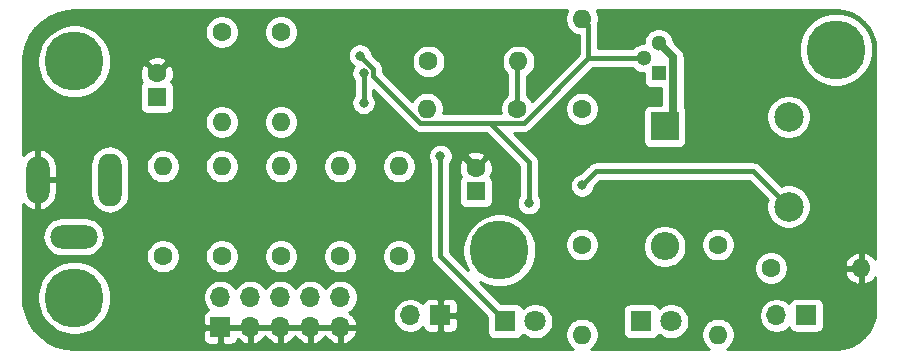
<source format=gbl>
G04 #@! TF.GenerationSoftware,KiCad,Pcbnew,(5.1.10)-1*
G04 #@! TF.CreationDate,2021-08-27T01:26:18-04:00*
G04 #@! TF.ProjectId,Water_Valve_Sensor,57617465-725f-4566-916c-76655f53656e,rev?*
G04 #@! TF.SameCoordinates,Original*
G04 #@! TF.FileFunction,Copper,L2,Bot*
G04 #@! TF.FilePolarity,Positive*
%FSLAX46Y46*%
G04 Gerber Fmt 4.6, Leading zero omitted, Abs format (unit mm)*
G04 Created by KiCad (PCBNEW (5.1.10)-1) date 2021-08-27 01:26:18*
%MOMM*%
%LPD*%
G01*
G04 APERTURE LIST*
G04 #@! TA.AperFunction,ComponentPad*
%ADD10O,1.600000X1.600000*%
G04 #@! TD*
G04 #@! TA.AperFunction,ComponentPad*
%ADD11C,1.600000*%
G04 #@! TD*
G04 #@! TA.AperFunction,ComponentPad*
%ADD12C,2.500000*%
G04 #@! TD*
G04 #@! TA.AperFunction,ConnectorPad*
%ADD13C,5.000000*%
G04 #@! TD*
G04 #@! TA.AperFunction,ComponentPad*
%ADD14C,2.900000*%
G04 #@! TD*
G04 #@! TA.AperFunction,ComponentPad*
%ADD15O,2.000000X4.500000*%
G04 #@! TD*
G04 #@! TA.AperFunction,ComponentPad*
%ADD16O,4.000000X2.000000*%
G04 #@! TD*
G04 #@! TA.AperFunction,ComponentPad*
%ADD17O,2.000000X4.000000*%
G04 #@! TD*
G04 #@! TA.AperFunction,ComponentPad*
%ADD18O,1.700000X1.700000*%
G04 #@! TD*
G04 #@! TA.AperFunction,ComponentPad*
%ADD19R,1.700000X1.700000*%
G04 #@! TD*
G04 #@! TA.AperFunction,ComponentPad*
%ADD20R,1.600000X1.600000*%
G04 #@! TD*
G04 #@! TA.AperFunction,ComponentPad*
%ADD21R,1.300000X1.300000*%
G04 #@! TD*
G04 #@! TA.AperFunction,ComponentPad*
%ADD22C,1.300000*%
G04 #@! TD*
G04 #@! TA.AperFunction,ComponentPad*
%ADD23C,1.800000*%
G04 #@! TD*
G04 #@! TA.AperFunction,ComponentPad*
%ADD24R,1.800000X1.800000*%
G04 #@! TD*
G04 #@! TA.AperFunction,ComponentPad*
%ADD25O,2.400000X2.400000*%
G04 #@! TD*
G04 #@! TA.AperFunction,ComponentPad*
%ADD26R,2.400000X2.400000*%
G04 #@! TD*
G04 #@! TA.AperFunction,ViaPad*
%ADD27C,0.800000*%
G04 #@! TD*
G04 #@! TA.AperFunction,Conductor*
%ADD28C,0.700000*%
G04 #@! TD*
G04 #@! TA.AperFunction,Conductor*
%ADD29C,0.400000*%
G04 #@! TD*
G04 #@! TA.AperFunction,Conductor*
%ADD30C,0.254000*%
G04 #@! TD*
G04 #@! TA.AperFunction,Conductor*
%ADD31C,0.100000*%
G04 #@! TD*
G04 APERTURE END LIST*
D10*
X106620000Y-143500000D03*
D11*
X99000000Y-143500000D03*
D12*
X100500000Y-130700000D03*
X100500000Y-138300000D03*
D13*
X104500000Y-125000000D03*
D14*
X104500000Y-125000000D03*
D15*
X43000000Y-136000000D03*
D16*
X39952000Y-140826000D03*
D17*
X36904000Y-136000000D03*
D18*
X68460000Y-147500000D03*
D19*
X71000000Y-147500000D03*
D13*
X76000000Y-142000000D03*
D14*
X76000000Y-142000000D03*
D13*
X40000000Y-146000000D03*
D14*
X40000000Y-146000000D03*
D13*
X40000000Y-126000000D03*
D14*
X40000000Y-126000000D03*
D18*
X99460000Y-147500000D03*
D19*
X102000000Y-147500000D03*
D18*
X62540000Y-145960000D03*
X62540000Y-148500000D03*
X60000000Y-145960000D03*
X60000000Y-148500000D03*
X57460000Y-145960000D03*
X57460000Y-148500000D03*
X54920000Y-145960000D03*
X54920000Y-148500000D03*
X52380000Y-145960000D03*
D19*
X52380000Y-148500000D03*
D11*
X74000000Y-135000000D03*
D20*
X74000000Y-137000000D03*
D10*
X83000000Y-149120000D03*
D11*
X83000000Y-141500000D03*
D10*
X83000000Y-122380000D03*
D11*
X83000000Y-130000000D03*
D10*
X69880000Y-130000000D03*
D11*
X77500000Y-130000000D03*
D10*
X77620000Y-126000000D03*
D11*
X70000000Y-126000000D03*
D10*
X94500000Y-149120000D03*
D11*
X94500000Y-141500000D03*
D10*
X67500000Y-134880000D03*
D11*
X67500000Y-142500000D03*
D10*
X62500000Y-134880000D03*
D11*
X62500000Y-142500000D03*
D10*
X57500000Y-134880000D03*
D11*
X57500000Y-142500000D03*
D10*
X52500000Y-134880000D03*
D11*
X52500000Y-142500000D03*
D10*
X47500000Y-134880000D03*
D11*
X47500000Y-142500000D03*
D10*
X52500000Y-131120000D03*
D11*
X52500000Y-123500000D03*
D10*
X57500000Y-131120000D03*
D11*
X57500000Y-123500000D03*
D21*
X89500000Y-127000000D03*
D22*
X89500000Y-124460000D03*
X88230000Y-125730000D03*
D23*
X79040000Y-148000000D03*
D24*
X76500000Y-148000000D03*
D25*
X90000000Y-141660000D03*
D26*
X90000000Y-131500000D03*
D23*
X90540000Y-148000000D03*
D24*
X88000000Y-148000000D03*
D11*
X47000000Y-127000000D03*
D20*
X47000000Y-129000000D03*
D27*
X62000000Y-131000000D03*
X78500000Y-138000000D03*
X64184002Y-125500000D03*
X64500000Y-129500000D03*
X64500000Y-127000000D03*
X83000000Y-136500000D03*
X71000000Y-134000000D03*
D28*
X63500000Y-132500000D02*
X62000000Y-131000000D01*
X71500000Y-132500000D02*
X63500000Y-132500000D01*
X74000000Y-135000000D02*
X71500000Y-132500000D01*
D29*
X65300001Y-126615999D02*
X64184002Y-125500000D01*
X65300001Y-127196003D02*
X65300001Y-126615999D01*
X69303999Y-131200001D02*
X65300001Y-127196003D01*
X75200001Y-131200001D02*
X69303999Y-131200001D01*
X78500000Y-134500000D02*
X75200001Y-131200001D01*
X78500000Y-138000000D02*
X78500000Y-134500000D01*
X83546002Y-125730000D02*
X88230000Y-125730000D01*
X78076001Y-131200001D02*
X83546002Y-125730000D01*
X75200001Y-131200001D02*
X78076001Y-131200001D01*
X83546002Y-122926002D02*
X83000000Y-122380000D01*
X83546002Y-125730000D02*
X83546002Y-122926002D01*
D28*
X90700001Y-130799999D02*
X90000000Y-131500000D01*
X90700001Y-125660001D02*
X90700001Y-130799999D01*
X89500000Y-124460000D02*
X90700001Y-125660001D01*
D29*
X64500000Y-129500000D02*
X64500000Y-127000000D01*
X84200000Y-135300000D02*
X83000000Y-136500000D01*
X97500000Y-135300000D02*
X84200000Y-135300000D01*
X100500000Y-138300000D02*
X97500000Y-135300000D01*
X77500000Y-126120000D02*
X77620000Y-126000000D01*
X77500000Y-130000000D02*
X77500000Y-126120000D01*
X71000000Y-142500000D02*
X76500000Y-148000000D01*
X71000000Y-134000000D02*
X71000000Y-142500000D01*
D30*
X81728320Y-121700273D02*
X81620147Y-121961426D01*
X81565000Y-122238665D01*
X81565000Y-122521335D01*
X81620147Y-122798574D01*
X81728320Y-123059727D01*
X81885363Y-123294759D01*
X82085241Y-123494637D01*
X82320273Y-123651680D01*
X82581426Y-123759853D01*
X82711003Y-123785628D01*
X82711002Y-125384131D01*
X78772612Y-129322523D01*
X78771680Y-129320273D01*
X78614637Y-129085241D01*
X78414759Y-128885363D01*
X78335000Y-128832070D01*
X78335000Y-127248111D01*
X78534759Y-127114637D01*
X78734637Y-126914759D01*
X78891680Y-126679727D01*
X78999853Y-126418574D01*
X79055000Y-126141335D01*
X79055000Y-125858665D01*
X78999853Y-125581426D01*
X78891680Y-125320273D01*
X78734637Y-125085241D01*
X78534759Y-124885363D01*
X78299727Y-124728320D01*
X78038574Y-124620147D01*
X77761335Y-124565000D01*
X77478665Y-124565000D01*
X77201426Y-124620147D01*
X76940273Y-124728320D01*
X76705241Y-124885363D01*
X76505363Y-125085241D01*
X76348320Y-125320273D01*
X76240147Y-125581426D01*
X76185000Y-125858665D01*
X76185000Y-126141335D01*
X76240147Y-126418574D01*
X76348320Y-126679727D01*
X76505363Y-126914759D01*
X76665001Y-127074397D01*
X76665000Y-128832070D01*
X76585241Y-128885363D01*
X76385363Y-129085241D01*
X76228320Y-129320273D01*
X76120147Y-129581426D01*
X76065000Y-129858665D01*
X76065000Y-130141335D01*
X76109491Y-130365001D01*
X75241019Y-130365001D01*
X75200001Y-130360961D01*
X75158983Y-130365001D01*
X71270509Y-130365001D01*
X71315000Y-130141335D01*
X71315000Y-129858665D01*
X71259853Y-129581426D01*
X71151680Y-129320273D01*
X70994637Y-129085241D01*
X70794759Y-128885363D01*
X70559727Y-128728320D01*
X70298574Y-128620147D01*
X70021335Y-128565000D01*
X69738665Y-128565000D01*
X69461426Y-128620147D01*
X69200273Y-128728320D01*
X68965241Y-128885363D01*
X68765363Y-129085241D01*
X68608320Y-129320273D01*
X68607388Y-129322523D01*
X66135001Y-126850136D01*
X66135001Y-126657017D01*
X66139041Y-126615999D01*
X66122919Y-126452310D01*
X66075173Y-126294912D01*
X65997637Y-126149853D01*
X65919440Y-126054569D01*
X65919438Y-126054567D01*
X65893292Y-126022708D01*
X65861433Y-125996562D01*
X65723536Y-125858665D01*
X68565000Y-125858665D01*
X68565000Y-126141335D01*
X68620147Y-126418574D01*
X68728320Y-126679727D01*
X68885363Y-126914759D01*
X69085241Y-127114637D01*
X69320273Y-127271680D01*
X69581426Y-127379853D01*
X69858665Y-127435000D01*
X70141335Y-127435000D01*
X70418574Y-127379853D01*
X70679727Y-127271680D01*
X70914759Y-127114637D01*
X71114637Y-126914759D01*
X71271680Y-126679727D01*
X71379853Y-126418574D01*
X71435000Y-126141335D01*
X71435000Y-125858665D01*
X71379853Y-125581426D01*
X71271680Y-125320273D01*
X71114637Y-125085241D01*
X70914759Y-124885363D01*
X70679727Y-124728320D01*
X70418574Y-124620147D01*
X70141335Y-124565000D01*
X69858665Y-124565000D01*
X69581426Y-124620147D01*
X69320273Y-124728320D01*
X69085241Y-124885363D01*
X68885363Y-125085241D01*
X68728320Y-125320273D01*
X68620147Y-125581426D01*
X68565000Y-125858665D01*
X65723536Y-125858665D01*
X65208094Y-125343225D01*
X65179228Y-125198102D01*
X65101207Y-125009744D01*
X64987939Y-124840226D01*
X64843776Y-124696063D01*
X64674258Y-124582795D01*
X64485900Y-124504774D01*
X64285941Y-124465000D01*
X64082063Y-124465000D01*
X63882104Y-124504774D01*
X63693746Y-124582795D01*
X63524228Y-124696063D01*
X63380065Y-124840226D01*
X63266797Y-125009744D01*
X63188776Y-125198102D01*
X63149002Y-125398061D01*
X63149002Y-125601939D01*
X63188776Y-125801898D01*
X63266797Y-125990256D01*
X63380065Y-126159774D01*
X63524228Y-126303937D01*
X63659788Y-126394515D01*
X63582795Y-126509744D01*
X63504774Y-126698102D01*
X63465000Y-126898061D01*
X63465000Y-127101939D01*
X63504774Y-127301898D01*
X63582795Y-127490256D01*
X63665001Y-127613286D01*
X63665000Y-128886715D01*
X63582795Y-129009744D01*
X63504774Y-129198102D01*
X63465000Y-129398061D01*
X63465000Y-129601939D01*
X63504774Y-129801898D01*
X63582795Y-129990256D01*
X63696063Y-130159774D01*
X63840226Y-130303937D01*
X64009744Y-130417205D01*
X64198102Y-130495226D01*
X64398061Y-130535000D01*
X64601939Y-130535000D01*
X64801898Y-130495226D01*
X64990256Y-130417205D01*
X65159774Y-130303937D01*
X65303937Y-130159774D01*
X65417205Y-129990256D01*
X65495226Y-129801898D01*
X65535000Y-129601939D01*
X65535000Y-129398061D01*
X65495226Y-129198102D01*
X65417205Y-129009744D01*
X65335000Y-128886715D01*
X65335000Y-128411869D01*
X68684558Y-131761428D01*
X68710708Y-131793292D01*
X68837853Y-131897637D01*
X68982912Y-131975173D01*
X69140310Y-132022919D01*
X69262980Y-132035001D01*
X69262990Y-132035001D01*
X69303998Y-132039040D01*
X69345006Y-132035001D01*
X74854134Y-132035001D01*
X77665001Y-134845869D01*
X77665000Y-137386715D01*
X77582795Y-137509744D01*
X77504774Y-137698102D01*
X77465000Y-137898061D01*
X77465000Y-138101939D01*
X77504774Y-138301898D01*
X77582795Y-138490256D01*
X77696063Y-138659774D01*
X77840226Y-138803937D01*
X78009744Y-138917205D01*
X78198102Y-138995226D01*
X78398061Y-139035000D01*
X78601939Y-139035000D01*
X78801898Y-138995226D01*
X78990256Y-138917205D01*
X79159774Y-138803937D01*
X79303937Y-138659774D01*
X79417205Y-138490256D01*
X79495226Y-138301898D01*
X79535000Y-138101939D01*
X79535000Y-137898061D01*
X79495226Y-137698102D01*
X79417205Y-137509744D01*
X79335000Y-137386715D01*
X79335000Y-136398061D01*
X81965000Y-136398061D01*
X81965000Y-136601939D01*
X82004774Y-136801898D01*
X82082795Y-136990256D01*
X82196063Y-137159774D01*
X82340226Y-137303937D01*
X82509744Y-137417205D01*
X82698102Y-137495226D01*
X82898061Y-137535000D01*
X83101939Y-137535000D01*
X83301898Y-137495226D01*
X83490256Y-137417205D01*
X83659774Y-137303937D01*
X83803937Y-137159774D01*
X83917205Y-136990256D01*
X83995226Y-136801898D01*
X84024093Y-136656775D01*
X84545868Y-136135000D01*
X97154133Y-136135000D01*
X98711415Y-137692283D01*
X98687439Y-137750166D01*
X98615000Y-138114344D01*
X98615000Y-138485656D01*
X98687439Y-138849834D01*
X98829534Y-139192882D01*
X99035825Y-139501618D01*
X99298382Y-139764175D01*
X99607118Y-139970466D01*
X99950166Y-140112561D01*
X100314344Y-140185000D01*
X100685656Y-140185000D01*
X101049834Y-140112561D01*
X101392882Y-139970466D01*
X101701618Y-139764175D01*
X101964175Y-139501618D01*
X102170466Y-139192882D01*
X102312561Y-138849834D01*
X102385000Y-138485656D01*
X102385000Y-138114344D01*
X102312561Y-137750166D01*
X102170466Y-137407118D01*
X101964175Y-137098382D01*
X101701618Y-136835825D01*
X101392882Y-136629534D01*
X101049834Y-136487439D01*
X100685656Y-136415000D01*
X100314344Y-136415000D01*
X99950166Y-136487439D01*
X99892283Y-136511415D01*
X98119446Y-134738579D01*
X98093291Y-134706709D01*
X97966146Y-134602364D01*
X97821087Y-134524828D01*
X97663689Y-134477082D01*
X97541019Y-134465000D01*
X97541018Y-134465000D01*
X97500000Y-134460960D01*
X97458982Y-134465000D01*
X84241007Y-134465000D01*
X84199999Y-134460961D01*
X84158991Y-134465000D01*
X84158981Y-134465000D01*
X84036311Y-134477082D01*
X83878913Y-134524828D01*
X83733854Y-134602364D01*
X83606709Y-134706709D01*
X83580558Y-134738574D01*
X82843225Y-135475907D01*
X82698102Y-135504774D01*
X82509744Y-135582795D01*
X82340226Y-135696063D01*
X82196063Y-135840226D01*
X82082795Y-136009744D01*
X82004774Y-136198102D01*
X81965000Y-136398061D01*
X79335000Y-136398061D01*
X79335000Y-134541007D01*
X79339039Y-134499999D01*
X79335000Y-134458991D01*
X79335000Y-134458981D01*
X79322918Y-134336311D01*
X79275172Y-134178913D01*
X79197636Y-134033854D01*
X79093291Y-133906709D01*
X79061427Y-133880559D01*
X77215868Y-132035001D01*
X78034983Y-132035001D01*
X78076001Y-132039041D01*
X78117019Y-132035001D01*
X78117020Y-132035001D01*
X78239690Y-132022919D01*
X78397088Y-131975173D01*
X78542147Y-131897637D01*
X78669292Y-131793292D01*
X78695447Y-131761422D01*
X80598204Y-129858665D01*
X81565000Y-129858665D01*
X81565000Y-130141335D01*
X81620147Y-130418574D01*
X81728320Y-130679727D01*
X81885363Y-130914759D01*
X82085241Y-131114637D01*
X82320273Y-131271680D01*
X82581426Y-131379853D01*
X82858665Y-131435000D01*
X83141335Y-131435000D01*
X83418574Y-131379853D01*
X83679727Y-131271680D01*
X83914759Y-131114637D01*
X84114637Y-130914759D01*
X84271680Y-130679727D01*
X84379853Y-130418574D01*
X84435000Y-130141335D01*
X84435000Y-129858665D01*
X84379853Y-129581426D01*
X84271680Y-129320273D01*
X84114637Y-129085241D01*
X83914759Y-128885363D01*
X83679727Y-128728320D01*
X83418574Y-128620147D01*
X83141335Y-128565000D01*
X82858665Y-128565000D01*
X82581426Y-128620147D01*
X82320273Y-128728320D01*
X82085241Y-128885363D01*
X81885363Y-129085241D01*
X81728320Y-129320273D01*
X81620147Y-129581426D01*
X81565000Y-129858665D01*
X80598204Y-129858665D01*
X83891871Y-126565000D01*
X87247735Y-126565000D01*
X87410860Y-126728125D01*
X87621324Y-126868753D01*
X87855179Y-126965619D01*
X88103439Y-127015000D01*
X88211928Y-127015000D01*
X88211928Y-127650000D01*
X88224188Y-127774482D01*
X88260498Y-127894180D01*
X88319463Y-128004494D01*
X88398815Y-128101185D01*
X88495506Y-128180537D01*
X88605820Y-128239502D01*
X88725518Y-128275812D01*
X88850000Y-128288072D01*
X89715002Y-128288072D01*
X89715002Y-129661928D01*
X88800000Y-129661928D01*
X88675518Y-129674188D01*
X88555820Y-129710498D01*
X88445506Y-129769463D01*
X88348815Y-129848815D01*
X88269463Y-129945506D01*
X88210498Y-130055820D01*
X88174188Y-130175518D01*
X88161928Y-130300000D01*
X88161928Y-132700000D01*
X88174188Y-132824482D01*
X88210498Y-132944180D01*
X88269463Y-133054494D01*
X88348815Y-133151185D01*
X88445506Y-133230537D01*
X88555820Y-133289502D01*
X88675518Y-133325812D01*
X88800000Y-133338072D01*
X91200000Y-133338072D01*
X91324482Y-133325812D01*
X91444180Y-133289502D01*
X91554494Y-133230537D01*
X91651185Y-133151185D01*
X91730537Y-133054494D01*
X91789502Y-132944180D01*
X91825812Y-132824482D01*
X91838072Y-132700000D01*
X91838072Y-130514344D01*
X98615000Y-130514344D01*
X98615000Y-130885656D01*
X98687439Y-131249834D01*
X98829534Y-131592882D01*
X99035825Y-131901618D01*
X99298382Y-132164175D01*
X99607118Y-132370466D01*
X99950166Y-132512561D01*
X100314344Y-132585000D01*
X100685656Y-132585000D01*
X101049834Y-132512561D01*
X101392882Y-132370466D01*
X101701618Y-132164175D01*
X101964175Y-131901618D01*
X102170466Y-131592882D01*
X102312561Y-131249834D01*
X102385000Y-130885656D01*
X102385000Y-130514344D01*
X102312561Y-130150166D01*
X102170466Y-129807118D01*
X101964175Y-129498382D01*
X101701618Y-129235825D01*
X101392882Y-129029534D01*
X101049834Y-128887439D01*
X100685656Y-128815000D01*
X100314344Y-128815000D01*
X99950166Y-128887439D01*
X99607118Y-129029534D01*
X99298382Y-129235825D01*
X99035825Y-129498382D01*
X98829534Y-129807118D01*
X98687439Y-130150166D01*
X98615000Y-130514344D01*
X91838072Y-130514344D01*
X91838072Y-130300000D01*
X91825812Y-130175518D01*
X91789502Y-130055820D01*
X91730537Y-129945506D01*
X91685001Y-129890020D01*
X91685001Y-125708381D01*
X91689766Y-125660001D01*
X91670748Y-125466907D01*
X91614425Y-125281234D01*
X91522961Y-125110117D01*
X91466291Y-125041064D01*
X91399871Y-124960131D01*
X91362291Y-124929290D01*
X91124230Y-124691229D01*
X101365000Y-124691229D01*
X101365000Y-125308771D01*
X101485476Y-125914446D01*
X101721799Y-126484979D01*
X102064886Y-126998446D01*
X102501554Y-127435114D01*
X103015021Y-127778201D01*
X103585554Y-128014524D01*
X104191229Y-128135000D01*
X104808771Y-128135000D01*
X105414446Y-128014524D01*
X105984979Y-127778201D01*
X106498446Y-127435114D01*
X106935114Y-126998446D01*
X107278201Y-126484979D01*
X107514524Y-125914446D01*
X107635000Y-125308771D01*
X107635000Y-124691229D01*
X107514524Y-124085554D01*
X107278201Y-123515021D01*
X106935114Y-123001554D01*
X106498446Y-122564886D01*
X105984979Y-122221799D01*
X105414446Y-121985476D01*
X104808771Y-121865000D01*
X104191229Y-121865000D01*
X103585554Y-121985476D01*
X103015021Y-122221799D01*
X102501554Y-122564886D01*
X102064886Y-123001554D01*
X101721799Y-123515021D01*
X101485476Y-124085554D01*
X101365000Y-124691229D01*
X91124230Y-124691229D01*
X90785000Y-124352000D01*
X90785000Y-124333439D01*
X90735619Y-124085179D01*
X90638753Y-123851324D01*
X90498125Y-123640860D01*
X90319140Y-123461875D01*
X90108676Y-123321247D01*
X89874821Y-123224381D01*
X89626561Y-123175000D01*
X89373439Y-123175000D01*
X89125179Y-123224381D01*
X88891324Y-123321247D01*
X88680860Y-123461875D01*
X88501875Y-123640860D01*
X88361247Y-123851324D01*
X88264381Y-124085179D01*
X88215000Y-124333439D01*
X88215000Y-124445000D01*
X88103439Y-124445000D01*
X87855179Y-124494381D01*
X87621324Y-124591247D01*
X87410860Y-124731875D01*
X87247735Y-124895000D01*
X84381002Y-124895000D01*
X84381002Y-122967009D01*
X84385041Y-122926001D01*
X84381002Y-122884993D01*
X84381002Y-122884983D01*
X84373906Y-122812932D01*
X84379853Y-122798574D01*
X84435000Y-122521335D01*
X84435000Y-122238665D01*
X84379853Y-121961426D01*
X84271680Y-121700273D01*
X84244771Y-121660000D01*
X104467722Y-121660000D01*
X105148126Y-121726714D01*
X105771572Y-121914943D01*
X106346579Y-122220681D01*
X106851247Y-122632279D01*
X107266362Y-123134067D01*
X107576105Y-123706924D01*
X107768682Y-124329039D01*
X107840001Y-125007594D01*
X107840000Y-142747691D01*
X107683519Y-142536586D01*
X107475131Y-142347615D01*
X107233881Y-142202930D01*
X106969040Y-142108091D01*
X106747000Y-142229376D01*
X106747000Y-143373000D01*
X106767000Y-143373000D01*
X106767000Y-143627000D01*
X106747000Y-143627000D01*
X106747000Y-144770624D01*
X106969040Y-144891909D01*
X107233881Y-144797070D01*
X107475131Y-144652385D01*
X107683519Y-144463414D01*
X107840000Y-144252310D01*
X107840000Y-146967721D01*
X107773286Y-147648126D01*
X107585057Y-148271570D01*
X107279323Y-148846573D01*
X106867721Y-149351248D01*
X106365933Y-149766362D01*
X105793077Y-150076104D01*
X105170961Y-150268682D01*
X104492417Y-150340000D01*
X95257072Y-150340000D01*
X95414759Y-150234637D01*
X95614637Y-150034759D01*
X95771680Y-149799727D01*
X95879853Y-149538574D01*
X95935000Y-149261335D01*
X95935000Y-148978665D01*
X95879853Y-148701426D01*
X95771680Y-148440273D01*
X95614637Y-148205241D01*
X95414759Y-148005363D01*
X95179727Y-147848320D01*
X94918574Y-147740147D01*
X94641335Y-147685000D01*
X94358665Y-147685000D01*
X94081426Y-147740147D01*
X93820273Y-147848320D01*
X93585241Y-148005363D01*
X93385363Y-148205241D01*
X93228320Y-148440273D01*
X93120147Y-148701426D01*
X93065000Y-148978665D01*
X93065000Y-149261335D01*
X93120147Y-149538574D01*
X93228320Y-149799727D01*
X93385363Y-150034759D01*
X93585241Y-150234637D01*
X93742928Y-150340000D01*
X83757072Y-150340000D01*
X83914759Y-150234637D01*
X84114637Y-150034759D01*
X84271680Y-149799727D01*
X84379853Y-149538574D01*
X84435000Y-149261335D01*
X84435000Y-148978665D01*
X84379853Y-148701426D01*
X84271680Y-148440273D01*
X84114637Y-148205241D01*
X83914759Y-148005363D01*
X83679727Y-147848320D01*
X83418574Y-147740147D01*
X83141335Y-147685000D01*
X82858665Y-147685000D01*
X82581426Y-147740147D01*
X82320273Y-147848320D01*
X82085241Y-148005363D01*
X81885363Y-148205241D01*
X81728320Y-148440273D01*
X81620147Y-148701426D01*
X81565000Y-148978665D01*
X81565000Y-149261335D01*
X81620147Y-149538574D01*
X81728320Y-149799727D01*
X81885363Y-150034759D01*
X82085241Y-150234637D01*
X82242928Y-150340000D01*
X40029392Y-150340000D01*
X39231917Y-150268827D01*
X38488110Y-150065344D01*
X37792096Y-149733363D01*
X37258590Y-149350000D01*
X50891928Y-149350000D01*
X50904188Y-149474482D01*
X50940498Y-149594180D01*
X50999463Y-149704494D01*
X51078815Y-149801185D01*
X51175506Y-149880537D01*
X51285820Y-149939502D01*
X51405518Y-149975812D01*
X51530000Y-149988072D01*
X52094250Y-149985000D01*
X52253000Y-149826250D01*
X52253000Y-148627000D01*
X52507000Y-148627000D01*
X52507000Y-149826250D01*
X52665750Y-149985000D01*
X53230000Y-149988072D01*
X53354482Y-149975812D01*
X53474180Y-149939502D01*
X53584494Y-149880537D01*
X53681185Y-149801185D01*
X53760537Y-149704494D01*
X53819502Y-149594180D01*
X53843966Y-149513534D01*
X53919731Y-149597588D01*
X54153080Y-149771641D01*
X54415901Y-149896825D01*
X54563110Y-149941476D01*
X54793000Y-149820155D01*
X54793000Y-148627000D01*
X55047000Y-148627000D01*
X55047000Y-149820155D01*
X55276890Y-149941476D01*
X55424099Y-149896825D01*
X55686920Y-149771641D01*
X55920269Y-149597588D01*
X56115178Y-149381355D01*
X56190000Y-149255745D01*
X56264822Y-149381355D01*
X56459731Y-149597588D01*
X56693080Y-149771641D01*
X56955901Y-149896825D01*
X57103110Y-149941476D01*
X57333000Y-149820155D01*
X57333000Y-148627000D01*
X57587000Y-148627000D01*
X57587000Y-149820155D01*
X57816890Y-149941476D01*
X57964099Y-149896825D01*
X58226920Y-149771641D01*
X58460269Y-149597588D01*
X58655178Y-149381355D01*
X58730000Y-149255745D01*
X58804822Y-149381355D01*
X58999731Y-149597588D01*
X59233080Y-149771641D01*
X59495901Y-149896825D01*
X59643110Y-149941476D01*
X59873000Y-149820155D01*
X59873000Y-148627000D01*
X60127000Y-148627000D01*
X60127000Y-149820155D01*
X60356890Y-149941476D01*
X60504099Y-149896825D01*
X60766920Y-149771641D01*
X61000269Y-149597588D01*
X61195178Y-149381355D01*
X61270000Y-149255745D01*
X61344822Y-149381355D01*
X61539731Y-149597588D01*
X61773080Y-149771641D01*
X62035901Y-149896825D01*
X62183110Y-149941476D01*
X62413000Y-149820155D01*
X62413000Y-148627000D01*
X62667000Y-148627000D01*
X62667000Y-149820155D01*
X62896890Y-149941476D01*
X63044099Y-149896825D01*
X63306920Y-149771641D01*
X63540269Y-149597588D01*
X63735178Y-149381355D01*
X63884157Y-149131252D01*
X63981481Y-148856891D01*
X63860814Y-148627000D01*
X62667000Y-148627000D01*
X62413000Y-148627000D01*
X60127000Y-148627000D01*
X59873000Y-148627000D01*
X57587000Y-148627000D01*
X57333000Y-148627000D01*
X55047000Y-148627000D01*
X54793000Y-148627000D01*
X52507000Y-148627000D01*
X52253000Y-148627000D01*
X51053750Y-148627000D01*
X50895000Y-148785750D01*
X50891928Y-149350000D01*
X37258590Y-149350000D01*
X37165870Y-149283374D01*
X36629223Y-148729597D01*
X36199129Y-148089549D01*
X35889171Y-147383447D01*
X35707935Y-146628543D01*
X35660000Y-145975793D01*
X35660000Y-145691229D01*
X36865000Y-145691229D01*
X36865000Y-146308771D01*
X36985476Y-146914446D01*
X37221799Y-147484979D01*
X37564886Y-147998446D01*
X38001554Y-148435114D01*
X38515021Y-148778201D01*
X39085554Y-149014524D01*
X39691229Y-149135000D01*
X40308771Y-149135000D01*
X40914446Y-149014524D01*
X41484979Y-148778201D01*
X41998446Y-148435114D01*
X42435114Y-147998446D01*
X42667937Y-147650000D01*
X50891928Y-147650000D01*
X50895000Y-148214250D01*
X51053750Y-148373000D01*
X52253000Y-148373000D01*
X52253000Y-148353000D01*
X52507000Y-148353000D01*
X52507000Y-148373000D01*
X54793000Y-148373000D01*
X54793000Y-148353000D01*
X55047000Y-148353000D01*
X55047000Y-148373000D01*
X57333000Y-148373000D01*
X57333000Y-148353000D01*
X57587000Y-148353000D01*
X57587000Y-148373000D01*
X59873000Y-148373000D01*
X59873000Y-148353000D01*
X60127000Y-148353000D01*
X60127000Y-148373000D01*
X62413000Y-148373000D01*
X62413000Y-148353000D01*
X62667000Y-148353000D01*
X62667000Y-148373000D01*
X63860814Y-148373000D01*
X63981481Y-148143109D01*
X63884157Y-147868748D01*
X63735178Y-147618645D01*
X63540269Y-147402412D01*
X63475016Y-147353740D01*
X66975000Y-147353740D01*
X66975000Y-147646260D01*
X67032068Y-147933158D01*
X67144010Y-148203411D01*
X67306525Y-148446632D01*
X67513368Y-148653475D01*
X67756589Y-148815990D01*
X68026842Y-148927932D01*
X68313740Y-148985000D01*
X68606260Y-148985000D01*
X68893158Y-148927932D01*
X69163411Y-148815990D01*
X69406632Y-148653475D01*
X69538487Y-148521620D01*
X69560498Y-148594180D01*
X69619463Y-148704494D01*
X69698815Y-148801185D01*
X69795506Y-148880537D01*
X69905820Y-148939502D01*
X70025518Y-148975812D01*
X70150000Y-148988072D01*
X70714250Y-148985000D01*
X70873000Y-148826250D01*
X70873000Y-147627000D01*
X71127000Y-147627000D01*
X71127000Y-148826250D01*
X71285750Y-148985000D01*
X71850000Y-148988072D01*
X71974482Y-148975812D01*
X72094180Y-148939502D01*
X72204494Y-148880537D01*
X72301185Y-148801185D01*
X72380537Y-148704494D01*
X72439502Y-148594180D01*
X72475812Y-148474482D01*
X72488072Y-148350000D01*
X72485000Y-147785750D01*
X72326250Y-147627000D01*
X71127000Y-147627000D01*
X70873000Y-147627000D01*
X70853000Y-147627000D01*
X70853000Y-147373000D01*
X70873000Y-147373000D01*
X70873000Y-146173750D01*
X71127000Y-146173750D01*
X71127000Y-147373000D01*
X72326250Y-147373000D01*
X72485000Y-147214250D01*
X72488072Y-146650000D01*
X72475812Y-146525518D01*
X72439502Y-146405820D01*
X72380537Y-146295506D01*
X72301185Y-146198815D01*
X72204494Y-146119463D01*
X72094180Y-146060498D01*
X71974482Y-146024188D01*
X71850000Y-146011928D01*
X71285750Y-146015000D01*
X71127000Y-146173750D01*
X70873000Y-146173750D01*
X70714250Y-146015000D01*
X70150000Y-146011928D01*
X70025518Y-146024188D01*
X69905820Y-146060498D01*
X69795506Y-146119463D01*
X69698815Y-146198815D01*
X69619463Y-146295506D01*
X69560498Y-146405820D01*
X69538487Y-146478380D01*
X69406632Y-146346525D01*
X69163411Y-146184010D01*
X68893158Y-146072068D01*
X68606260Y-146015000D01*
X68313740Y-146015000D01*
X68026842Y-146072068D01*
X67756589Y-146184010D01*
X67513368Y-146346525D01*
X67306525Y-146553368D01*
X67144010Y-146796589D01*
X67032068Y-147066842D01*
X66975000Y-147353740D01*
X63475016Y-147353740D01*
X63310594Y-147231100D01*
X63486632Y-147113475D01*
X63693475Y-146906632D01*
X63855990Y-146663411D01*
X63967932Y-146393158D01*
X64025000Y-146106260D01*
X64025000Y-145813740D01*
X63967932Y-145526842D01*
X63855990Y-145256589D01*
X63693475Y-145013368D01*
X63486632Y-144806525D01*
X63243411Y-144644010D01*
X62973158Y-144532068D01*
X62686260Y-144475000D01*
X62393740Y-144475000D01*
X62106842Y-144532068D01*
X61836589Y-144644010D01*
X61593368Y-144806525D01*
X61386525Y-145013368D01*
X61270000Y-145187760D01*
X61153475Y-145013368D01*
X60946632Y-144806525D01*
X60703411Y-144644010D01*
X60433158Y-144532068D01*
X60146260Y-144475000D01*
X59853740Y-144475000D01*
X59566842Y-144532068D01*
X59296589Y-144644010D01*
X59053368Y-144806525D01*
X58846525Y-145013368D01*
X58730000Y-145187760D01*
X58613475Y-145013368D01*
X58406632Y-144806525D01*
X58163411Y-144644010D01*
X57893158Y-144532068D01*
X57606260Y-144475000D01*
X57313740Y-144475000D01*
X57026842Y-144532068D01*
X56756589Y-144644010D01*
X56513368Y-144806525D01*
X56306525Y-145013368D01*
X56190000Y-145187760D01*
X56073475Y-145013368D01*
X55866632Y-144806525D01*
X55623411Y-144644010D01*
X55353158Y-144532068D01*
X55066260Y-144475000D01*
X54773740Y-144475000D01*
X54486842Y-144532068D01*
X54216589Y-144644010D01*
X53973368Y-144806525D01*
X53766525Y-145013368D01*
X53650000Y-145187760D01*
X53533475Y-145013368D01*
X53326632Y-144806525D01*
X53083411Y-144644010D01*
X52813158Y-144532068D01*
X52526260Y-144475000D01*
X52233740Y-144475000D01*
X51946842Y-144532068D01*
X51676589Y-144644010D01*
X51433368Y-144806525D01*
X51226525Y-145013368D01*
X51064010Y-145256589D01*
X50952068Y-145526842D01*
X50895000Y-145813740D01*
X50895000Y-146106260D01*
X50952068Y-146393158D01*
X51064010Y-146663411D01*
X51226525Y-146906632D01*
X51358380Y-147038487D01*
X51285820Y-147060498D01*
X51175506Y-147119463D01*
X51078815Y-147198815D01*
X50999463Y-147295506D01*
X50940498Y-147405820D01*
X50904188Y-147525518D01*
X50891928Y-147650000D01*
X42667937Y-147650000D01*
X42778201Y-147484979D01*
X43014524Y-146914446D01*
X43135000Y-146308771D01*
X43135000Y-145691229D01*
X43014524Y-145085554D01*
X42778201Y-144515021D01*
X42435114Y-144001554D01*
X41998446Y-143564886D01*
X41484979Y-143221799D01*
X40914446Y-142985476D01*
X40308771Y-142865000D01*
X39691229Y-142865000D01*
X39085554Y-142985476D01*
X38515021Y-143221799D01*
X38001554Y-143564886D01*
X37564886Y-144001554D01*
X37221799Y-144515021D01*
X36985476Y-145085554D01*
X36865000Y-145691229D01*
X35660000Y-145691229D01*
X35660000Y-140826000D01*
X37309089Y-140826000D01*
X37340657Y-141146516D01*
X37434148Y-141454715D01*
X37585969Y-141738752D01*
X37790286Y-141987714D01*
X38039248Y-142192031D01*
X38323285Y-142343852D01*
X38631484Y-142437343D01*
X38871678Y-142461000D01*
X41032322Y-142461000D01*
X41272516Y-142437343D01*
X41531883Y-142358665D01*
X46065000Y-142358665D01*
X46065000Y-142641335D01*
X46120147Y-142918574D01*
X46228320Y-143179727D01*
X46385363Y-143414759D01*
X46585241Y-143614637D01*
X46820273Y-143771680D01*
X47081426Y-143879853D01*
X47358665Y-143935000D01*
X47641335Y-143935000D01*
X47918574Y-143879853D01*
X48179727Y-143771680D01*
X48414759Y-143614637D01*
X48614637Y-143414759D01*
X48771680Y-143179727D01*
X48879853Y-142918574D01*
X48935000Y-142641335D01*
X48935000Y-142358665D01*
X51065000Y-142358665D01*
X51065000Y-142641335D01*
X51120147Y-142918574D01*
X51228320Y-143179727D01*
X51385363Y-143414759D01*
X51585241Y-143614637D01*
X51820273Y-143771680D01*
X52081426Y-143879853D01*
X52358665Y-143935000D01*
X52641335Y-143935000D01*
X52918574Y-143879853D01*
X53179727Y-143771680D01*
X53414759Y-143614637D01*
X53614637Y-143414759D01*
X53771680Y-143179727D01*
X53879853Y-142918574D01*
X53935000Y-142641335D01*
X53935000Y-142358665D01*
X56065000Y-142358665D01*
X56065000Y-142641335D01*
X56120147Y-142918574D01*
X56228320Y-143179727D01*
X56385363Y-143414759D01*
X56585241Y-143614637D01*
X56820273Y-143771680D01*
X57081426Y-143879853D01*
X57358665Y-143935000D01*
X57641335Y-143935000D01*
X57918574Y-143879853D01*
X58179727Y-143771680D01*
X58414759Y-143614637D01*
X58614637Y-143414759D01*
X58771680Y-143179727D01*
X58879853Y-142918574D01*
X58935000Y-142641335D01*
X58935000Y-142358665D01*
X61065000Y-142358665D01*
X61065000Y-142641335D01*
X61120147Y-142918574D01*
X61228320Y-143179727D01*
X61385363Y-143414759D01*
X61585241Y-143614637D01*
X61820273Y-143771680D01*
X62081426Y-143879853D01*
X62358665Y-143935000D01*
X62641335Y-143935000D01*
X62918574Y-143879853D01*
X63179727Y-143771680D01*
X63414759Y-143614637D01*
X63614637Y-143414759D01*
X63771680Y-143179727D01*
X63879853Y-142918574D01*
X63935000Y-142641335D01*
X63935000Y-142358665D01*
X66065000Y-142358665D01*
X66065000Y-142641335D01*
X66120147Y-142918574D01*
X66228320Y-143179727D01*
X66385363Y-143414759D01*
X66585241Y-143614637D01*
X66820273Y-143771680D01*
X67081426Y-143879853D01*
X67358665Y-143935000D01*
X67641335Y-143935000D01*
X67918574Y-143879853D01*
X68179727Y-143771680D01*
X68414759Y-143614637D01*
X68614637Y-143414759D01*
X68771680Y-143179727D01*
X68879853Y-142918574D01*
X68935000Y-142641335D01*
X68935000Y-142358665D01*
X68879853Y-142081426D01*
X68771680Y-141820273D01*
X68614637Y-141585241D01*
X68414759Y-141385363D01*
X68179727Y-141228320D01*
X67918574Y-141120147D01*
X67641335Y-141065000D01*
X67358665Y-141065000D01*
X67081426Y-141120147D01*
X66820273Y-141228320D01*
X66585241Y-141385363D01*
X66385363Y-141585241D01*
X66228320Y-141820273D01*
X66120147Y-142081426D01*
X66065000Y-142358665D01*
X63935000Y-142358665D01*
X63879853Y-142081426D01*
X63771680Y-141820273D01*
X63614637Y-141585241D01*
X63414759Y-141385363D01*
X63179727Y-141228320D01*
X62918574Y-141120147D01*
X62641335Y-141065000D01*
X62358665Y-141065000D01*
X62081426Y-141120147D01*
X61820273Y-141228320D01*
X61585241Y-141385363D01*
X61385363Y-141585241D01*
X61228320Y-141820273D01*
X61120147Y-142081426D01*
X61065000Y-142358665D01*
X58935000Y-142358665D01*
X58879853Y-142081426D01*
X58771680Y-141820273D01*
X58614637Y-141585241D01*
X58414759Y-141385363D01*
X58179727Y-141228320D01*
X57918574Y-141120147D01*
X57641335Y-141065000D01*
X57358665Y-141065000D01*
X57081426Y-141120147D01*
X56820273Y-141228320D01*
X56585241Y-141385363D01*
X56385363Y-141585241D01*
X56228320Y-141820273D01*
X56120147Y-142081426D01*
X56065000Y-142358665D01*
X53935000Y-142358665D01*
X53879853Y-142081426D01*
X53771680Y-141820273D01*
X53614637Y-141585241D01*
X53414759Y-141385363D01*
X53179727Y-141228320D01*
X52918574Y-141120147D01*
X52641335Y-141065000D01*
X52358665Y-141065000D01*
X52081426Y-141120147D01*
X51820273Y-141228320D01*
X51585241Y-141385363D01*
X51385363Y-141585241D01*
X51228320Y-141820273D01*
X51120147Y-142081426D01*
X51065000Y-142358665D01*
X48935000Y-142358665D01*
X48879853Y-142081426D01*
X48771680Y-141820273D01*
X48614637Y-141585241D01*
X48414759Y-141385363D01*
X48179727Y-141228320D01*
X47918574Y-141120147D01*
X47641335Y-141065000D01*
X47358665Y-141065000D01*
X47081426Y-141120147D01*
X46820273Y-141228320D01*
X46585241Y-141385363D01*
X46385363Y-141585241D01*
X46228320Y-141820273D01*
X46120147Y-142081426D01*
X46065000Y-142358665D01*
X41531883Y-142358665D01*
X41580715Y-142343852D01*
X41864752Y-142192031D01*
X42113714Y-141987714D01*
X42318031Y-141738752D01*
X42469852Y-141454715D01*
X42563343Y-141146516D01*
X42594911Y-140826000D01*
X42563343Y-140505484D01*
X42469852Y-140197285D01*
X42318031Y-139913248D01*
X42113714Y-139664286D01*
X41864752Y-139459969D01*
X41580715Y-139308148D01*
X41272516Y-139214657D01*
X41032322Y-139191000D01*
X38871678Y-139191000D01*
X38631484Y-139214657D01*
X38323285Y-139308148D01*
X38039248Y-139459969D01*
X37790286Y-139664286D01*
X37585969Y-139913248D01*
X37434148Y-140197285D01*
X37340657Y-140505484D01*
X37309089Y-140826000D01*
X35660000Y-140826000D01*
X35660000Y-138060743D01*
X35837683Y-138245922D01*
X36101239Y-138430010D01*
X36395645Y-138559144D01*
X36523566Y-138590124D01*
X36777000Y-138470777D01*
X36777000Y-136127000D01*
X37031000Y-136127000D01*
X37031000Y-138470777D01*
X37284434Y-138590124D01*
X37412355Y-138559144D01*
X37706761Y-138430010D01*
X37970317Y-138245922D01*
X38192895Y-138013954D01*
X38365942Y-137743020D01*
X38482807Y-137443532D01*
X38502905Y-137330321D01*
X41365000Y-137330321D01*
X41388657Y-137570515D01*
X41482148Y-137878714D01*
X41633969Y-138162751D01*
X41838286Y-138411714D01*
X42087248Y-138616031D01*
X42371285Y-138767852D01*
X42679484Y-138861343D01*
X43000000Y-138892911D01*
X43320515Y-138861343D01*
X43628714Y-138767852D01*
X43912751Y-138616031D01*
X44161714Y-138411714D01*
X44366031Y-138162752D01*
X44517852Y-137878715D01*
X44611343Y-137570516D01*
X44635000Y-137330322D01*
X44635000Y-134738665D01*
X46065000Y-134738665D01*
X46065000Y-135021335D01*
X46120147Y-135298574D01*
X46228320Y-135559727D01*
X46385363Y-135794759D01*
X46585241Y-135994637D01*
X46820273Y-136151680D01*
X47081426Y-136259853D01*
X47358665Y-136315000D01*
X47641335Y-136315000D01*
X47918574Y-136259853D01*
X48179727Y-136151680D01*
X48414759Y-135994637D01*
X48614637Y-135794759D01*
X48771680Y-135559727D01*
X48879853Y-135298574D01*
X48935000Y-135021335D01*
X48935000Y-134738665D01*
X51065000Y-134738665D01*
X51065000Y-135021335D01*
X51120147Y-135298574D01*
X51228320Y-135559727D01*
X51385363Y-135794759D01*
X51585241Y-135994637D01*
X51820273Y-136151680D01*
X52081426Y-136259853D01*
X52358665Y-136315000D01*
X52641335Y-136315000D01*
X52918574Y-136259853D01*
X53179727Y-136151680D01*
X53414759Y-135994637D01*
X53614637Y-135794759D01*
X53771680Y-135559727D01*
X53879853Y-135298574D01*
X53935000Y-135021335D01*
X53935000Y-134738665D01*
X56065000Y-134738665D01*
X56065000Y-135021335D01*
X56120147Y-135298574D01*
X56228320Y-135559727D01*
X56385363Y-135794759D01*
X56585241Y-135994637D01*
X56820273Y-136151680D01*
X57081426Y-136259853D01*
X57358665Y-136315000D01*
X57641335Y-136315000D01*
X57918574Y-136259853D01*
X58179727Y-136151680D01*
X58414759Y-135994637D01*
X58614637Y-135794759D01*
X58771680Y-135559727D01*
X58879853Y-135298574D01*
X58935000Y-135021335D01*
X58935000Y-134738665D01*
X61065000Y-134738665D01*
X61065000Y-135021335D01*
X61120147Y-135298574D01*
X61228320Y-135559727D01*
X61385363Y-135794759D01*
X61585241Y-135994637D01*
X61820273Y-136151680D01*
X62081426Y-136259853D01*
X62358665Y-136315000D01*
X62641335Y-136315000D01*
X62918574Y-136259853D01*
X63179727Y-136151680D01*
X63414759Y-135994637D01*
X63614637Y-135794759D01*
X63771680Y-135559727D01*
X63879853Y-135298574D01*
X63935000Y-135021335D01*
X63935000Y-134738665D01*
X66065000Y-134738665D01*
X66065000Y-135021335D01*
X66120147Y-135298574D01*
X66228320Y-135559727D01*
X66385363Y-135794759D01*
X66585241Y-135994637D01*
X66820273Y-136151680D01*
X67081426Y-136259853D01*
X67358665Y-136315000D01*
X67641335Y-136315000D01*
X67918574Y-136259853D01*
X68179727Y-136151680D01*
X68414759Y-135994637D01*
X68614637Y-135794759D01*
X68771680Y-135559727D01*
X68879853Y-135298574D01*
X68935000Y-135021335D01*
X68935000Y-134738665D01*
X68879853Y-134461426D01*
X68771680Y-134200273D01*
X68614637Y-133965241D01*
X68547457Y-133898061D01*
X69965000Y-133898061D01*
X69965000Y-134101939D01*
X70004774Y-134301898D01*
X70082795Y-134490256D01*
X70165000Y-134613285D01*
X70165001Y-142458971D01*
X70160960Y-142500000D01*
X70177082Y-142663688D01*
X70224828Y-142821086D01*
X70276937Y-142918574D01*
X70302365Y-142966146D01*
X70406710Y-143093291D01*
X70438574Y-143119441D01*
X74961928Y-147642797D01*
X74961928Y-148900000D01*
X74974188Y-149024482D01*
X75010498Y-149144180D01*
X75069463Y-149254494D01*
X75148815Y-149351185D01*
X75245506Y-149430537D01*
X75355820Y-149489502D01*
X75475518Y-149525812D01*
X75600000Y-149538072D01*
X77400000Y-149538072D01*
X77524482Y-149525812D01*
X77644180Y-149489502D01*
X77754494Y-149430537D01*
X77851185Y-149351185D01*
X77930537Y-149254494D01*
X77989502Y-149144180D01*
X77995056Y-149125873D01*
X78061495Y-149192312D01*
X78312905Y-149360299D01*
X78592257Y-149476011D01*
X78888816Y-149535000D01*
X79191184Y-149535000D01*
X79487743Y-149476011D01*
X79767095Y-149360299D01*
X80018505Y-149192312D01*
X80232312Y-148978505D01*
X80400299Y-148727095D01*
X80516011Y-148447743D01*
X80575000Y-148151184D01*
X80575000Y-147848816D01*
X80516011Y-147552257D01*
X80400299Y-147272905D01*
X80284768Y-147100000D01*
X86461928Y-147100000D01*
X86461928Y-148900000D01*
X86474188Y-149024482D01*
X86510498Y-149144180D01*
X86569463Y-149254494D01*
X86648815Y-149351185D01*
X86745506Y-149430537D01*
X86855820Y-149489502D01*
X86975518Y-149525812D01*
X87100000Y-149538072D01*
X88900000Y-149538072D01*
X89024482Y-149525812D01*
X89144180Y-149489502D01*
X89254494Y-149430537D01*
X89351185Y-149351185D01*
X89430537Y-149254494D01*
X89489502Y-149144180D01*
X89495056Y-149125873D01*
X89561495Y-149192312D01*
X89812905Y-149360299D01*
X90092257Y-149476011D01*
X90388816Y-149535000D01*
X90691184Y-149535000D01*
X90987743Y-149476011D01*
X91267095Y-149360299D01*
X91518505Y-149192312D01*
X91732312Y-148978505D01*
X91900299Y-148727095D01*
X92016011Y-148447743D01*
X92075000Y-148151184D01*
X92075000Y-147848816D01*
X92016011Y-147552257D01*
X91933783Y-147353740D01*
X97975000Y-147353740D01*
X97975000Y-147646260D01*
X98032068Y-147933158D01*
X98144010Y-148203411D01*
X98306525Y-148446632D01*
X98513368Y-148653475D01*
X98756589Y-148815990D01*
X99026842Y-148927932D01*
X99313740Y-148985000D01*
X99606260Y-148985000D01*
X99893158Y-148927932D01*
X100163411Y-148815990D01*
X100406632Y-148653475D01*
X100538487Y-148521620D01*
X100560498Y-148594180D01*
X100619463Y-148704494D01*
X100698815Y-148801185D01*
X100795506Y-148880537D01*
X100905820Y-148939502D01*
X101025518Y-148975812D01*
X101150000Y-148988072D01*
X102850000Y-148988072D01*
X102974482Y-148975812D01*
X103094180Y-148939502D01*
X103204494Y-148880537D01*
X103301185Y-148801185D01*
X103380537Y-148704494D01*
X103439502Y-148594180D01*
X103475812Y-148474482D01*
X103488072Y-148350000D01*
X103488072Y-146650000D01*
X103475812Y-146525518D01*
X103439502Y-146405820D01*
X103380537Y-146295506D01*
X103301185Y-146198815D01*
X103204494Y-146119463D01*
X103094180Y-146060498D01*
X102974482Y-146024188D01*
X102850000Y-146011928D01*
X101150000Y-146011928D01*
X101025518Y-146024188D01*
X100905820Y-146060498D01*
X100795506Y-146119463D01*
X100698815Y-146198815D01*
X100619463Y-146295506D01*
X100560498Y-146405820D01*
X100538487Y-146478380D01*
X100406632Y-146346525D01*
X100163411Y-146184010D01*
X99893158Y-146072068D01*
X99606260Y-146015000D01*
X99313740Y-146015000D01*
X99026842Y-146072068D01*
X98756589Y-146184010D01*
X98513368Y-146346525D01*
X98306525Y-146553368D01*
X98144010Y-146796589D01*
X98032068Y-147066842D01*
X97975000Y-147353740D01*
X91933783Y-147353740D01*
X91900299Y-147272905D01*
X91732312Y-147021495D01*
X91518505Y-146807688D01*
X91267095Y-146639701D01*
X90987743Y-146523989D01*
X90691184Y-146465000D01*
X90388816Y-146465000D01*
X90092257Y-146523989D01*
X89812905Y-146639701D01*
X89561495Y-146807688D01*
X89495056Y-146874127D01*
X89489502Y-146855820D01*
X89430537Y-146745506D01*
X89351185Y-146648815D01*
X89254494Y-146569463D01*
X89144180Y-146510498D01*
X89024482Y-146474188D01*
X88900000Y-146461928D01*
X87100000Y-146461928D01*
X86975518Y-146474188D01*
X86855820Y-146510498D01*
X86745506Y-146569463D01*
X86648815Y-146648815D01*
X86569463Y-146745506D01*
X86510498Y-146855820D01*
X86474188Y-146975518D01*
X86461928Y-147100000D01*
X80284768Y-147100000D01*
X80232312Y-147021495D01*
X80018505Y-146807688D01*
X79767095Y-146639701D01*
X79487743Y-146523989D01*
X79191184Y-146465000D01*
X78888816Y-146465000D01*
X78592257Y-146523989D01*
X78312905Y-146639701D01*
X78061495Y-146807688D01*
X77995056Y-146874127D01*
X77989502Y-146855820D01*
X77930537Y-146745506D01*
X77851185Y-146648815D01*
X77754494Y-146569463D01*
X77644180Y-146510498D01*
X77524482Y-146474188D01*
X77400000Y-146461928D01*
X76142797Y-146461928D01*
X74346401Y-144665533D01*
X74515021Y-144778201D01*
X75085554Y-145014524D01*
X75691229Y-145135000D01*
X76308771Y-145135000D01*
X76914446Y-145014524D01*
X77484979Y-144778201D01*
X77998446Y-144435114D01*
X78435114Y-143998446D01*
X78778201Y-143484979D01*
X79014524Y-142914446D01*
X79135000Y-142308771D01*
X79135000Y-141691229D01*
X79068850Y-141358665D01*
X81565000Y-141358665D01*
X81565000Y-141641335D01*
X81620147Y-141918574D01*
X81728320Y-142179727D01*
X81885363Y-142414759D01*
X82085241Y-142614637D01*
X82320273Y-142771680D01*
X82581426Y-142879853D01*
X82858665Y-142935000D01*
X83141335Y-142935000D01*
X83418574Y-142879853D01*
X83679727Y-142771680D01*
X83914759Y-142614637D01*
X84114637Y-142414759D01*
X84271680Y-142179727D01*
X84379853Y-141918574D01*
X84435000Y-141641335D01*
X84435000Y-141479268D01*
X88165000Y-141479268D01*
X88165000Y-141840732D01*
X88235518Y-142195250D01*
X88373844Y-142529199D01*
X88574662Y-142829744D01*
X88830256Y-143085338D01*
X89130801Y-143286156D01*
X89464750Y-143424482D01*
X89819268Y-143495000D01*
X90180732Y-143495000D01*
X90535250Y-143424482D01*
X90694146Y-143358665D01*
X97565000Y-143358665D01*
X97565000Y-143641335D01*
X97620147Y-143918574D01*
X97728320Y-144179727D01*
X97885363Y-144414759D01*
X98085241Y-144614637D01*
X98320273Y-144771680D01*
X98581426Y-144879853D01*
X98858665Y-144935000D01*
X99141335Y-144935000D01*
X99418574Y-144879853D01*
X99679727Y-144771680D01*
X99914759Y-144614637D01*
X100114637Y-144414759D01*
X100271680Y-144179727D01*
X100379853Y-143918574D01*
X100393684Y-143849039D01*
X105228096Y-143849039D01*
X105268754Y-143983087D01*
X105388963Y-144237420D01*
X105556481Y-144463414D01*
X105764869Y-144652385D01*
X106006119Y-144797070D01*
X106270960Y-144891909D01*
X106493000Y-144770624D01*
X106493000Y-143627000D01*
X105350085Y-143627000D01*
X105228096Y-143849039D01*
X100393684Y-143849039D01*
X100435000Y-143641335D01*
X100435000Y-143358665D01*
X100393685Y-143150961D01*
X105228096Y-143150961D01*
X105350085Y-143373000D01*
X106493000Y-143373000D01*
X106493000Y-142229376D01*
X106270960Y-142108091D01*
X106006119Y-142202930D01*
X105764869Y-142347615D01*
X105556481Y-142536586D01*
X105388963Y-142762580D01*
X105268754Y-143016913D01*
X105228096Y-143150961D01*
X100393685Y-143150961D01*
X100379853Y-143081426D01*
X100271680Y-142820273D01*
X100114637Y-142585241D01*
X99914759Y-142385363D01*
X99679727Y-142228320D01*
X99418574Y-142120147D01*
X99141335Y-142065000D01*
X98858665Y-142065000D01*
X98581426Y-142120147D01*
X98320273Y-142228320D01*
X98085241Y-142385363D01*
X97885363Y-142585241D01*
X97728320Y-142820273D01*
X97620147Y-143081426D01*
X97565000Y-143358665D01*
X90694146Y-143358665D01*
X90869199Y-143286156D01*
X91169744Y-143085338D01*
X91425338Y-142829744D01*
X91626156Y-142529199D01*
X91764482Y-142195250D01*
X91835000Y-141840732D01*
X91835000Y-141479268D01*
X91811011Y-141358665D01*
X93065000Y-141358665D01*
X93065000Y-141641335D01*
X93120147Y-141918574D01*
X93228320Y-142179727D01*
X93385363Y-142414759D01*
X93585241Y-142614637D01*
X93820273Y-142771680D01*
X94081426Y-142879853D01*
X94358665Y-142935000D01*
X94641335Y-142935000D01*
X94918574Y-142879853D01*
X95179727Y-142771680D01*
X95414759Y-142614637D01*
X95614637Y-142414759D01*
X95771680Y-142179727D01*
X95879853Y-141918574D01*
X95935000Y-141641335D01*
X95935000Y-141358665D01*
X95879853Y-141081426D01*
X95771680Y-140820273D01*
X95614637Y-140585241D01*
X95414759Y-140385363D01*
X95179727Y-140228320D01*
X94918574Y-140120147D01*
X94641335Y-140065000D01*
X94358665Y-140065000D01*
X94081426Y-140120147D01*
X93820273Y-140228320D01*
X93585241Y-140385363D01*
X93385363Y-140585241D01*
X93228320Y-140820273D01*
X93120147Y-141081426D01*
X93065000Y-141358665D01*
X91811011Y-141358665D01*
X91764482Y-141124750D01*
X91626156Y-140790801D01*
X91425338Y-140490256D01*
X91169744Y-140234662D01*
X90869199Y-140033844D01*
X90535250Y-139895518D01*
X90180732Y-139825000D01*
X89819268Y-139825000D01*
X89464750Y-139895518D01*
X89130801Y-140033844D01*
X88830256Y-140234662D01*
X88574662Y-140490256D01*
X88373844Y-140790801D01*
X88235518Y-141124750D01*
X88165000Y-141479268D01*
X84435000Y-141479268D01*
X84435000Y-141358665D01*
X84379853Y-141081426D01*
X84271680Y-140820273D01*
X84114637Y-140585241D01*
X83914759Y-140385363D01*
X83679727Y-140228320D01*
X83418574Y-140120147D01*
X83141335Y-140065000D01*
X82858665Y-140065000D01*
X82581426Y-140120147D01*
X82320273Y-140228320D01*
X82085241Y-140385363D01*
X81885363Y-140585241D01*
X81728320Y-140820273D01*
X81620147Y-141081426D01*
X81565000Y-141358665D01*
X79068850Y-141358665D01*
X79014524Y-141085554D01*
X78778201Y-140515021D01*
X78435114Y-140001554D01*
X77998446Y-139564886D01*
X77484979Y-139221799D01*
X76914446Y-138985476D01*
X76308771Y-138865000D01*
X75691229Y-138865000D01*
X75085554Y-138985476D01*
X74515021Y-139221799D01*
X74001554Y-139564886D01*
X73564886Y-140001554D01*
X73221799Y-140515021D01*
X72985476Y-141085554D01*
X72865000Y-141691229D01*
X72865000Y-142308771D01*
X72985476Y-142914446D01*
X73221799Y-143484979D01*
X73334468Y-143653600D01*
X71835000Y-142154133D01*
X71835000Y-135070512D01*
X72559783Y-135070512D01*
X72601213Y-135350130D01*
X72696397Y-135616292D01*
X72761616Y-135738309D01*
X72748815Y-135748815D01*
X72669463Y-135845506D01*
X72610498Y-135955820D01*
X72574188Y-136075518D01*
X72561928Y-136200000D01*
X72561928Y-137800000D01*
X72574188Y-137924482D01*
X72610498Y-138044180D01*
X72669463Y-138154494D01*
X72748815Y-138251185D01*
X72845506Y-138330537D01*
X72955820Y-138389502D01*
X73075518Y-138425812D01*
X73200000Y-138438072D01*
X74800000Y-138438072D01*
X74924482Y-138425812D01*
X75044180Y-138389502D01*
X75154494Y-138330537D01*
X75251185Y-138251185D01*
X75330537Y-138154494D01*
X75389502Y-138044180D01*
X75425812Y-137924482D01*
X75438072Y-137800000D01*
X75438072Y-136200000D01*
X75425812Y-136075518D01*
X75389502Y-135955820D01*
X75330537Y-135845506D01*
X75251185Y-135748815D01*
X75238242Y-135738193D01*
X75357571Y-135486004D01*
X75426300Y-135211816D01*
X75440217Y-134929488D01*
X75398787Y-134649870D01*
X75303603Y-134383708D01*
X75236671Y-134258486D01*
X74992702Y-134186903D01*
X74179605Y-135000000D01*
X74193748Y-135014143D01*
X74014143Y-135193748D01*
X74000000Y-135179605D01*
X73985858Y-135193748D01*
X73806253Y-135014143D01*
X73820395Y-135000000D01*
X73007298Y-134186903D01*
X72763329Y-134258486D01*
X72642429Y-134513996D01*
X72573700Y-134788184D01*
X72559783Y-135070512D01*
X71835000Y-135070512D01*
X71835000Y-134613285D01*
X71917205Y-134490256D01*
X71995226Y-134301898D01*
X72035000Y-134101939D01*
X72035000Y-134007298D01*
X73186903Y-134007298D01*
X74000000Y-134820395D01*
X74813097Y-134007298D01*
X74741514Y-133763329D01*
X74486004Y-133642429D01*
X74211816Y-133573700D01*
X73929488Y-133559783D01*
X73649870Y-133601213D01*
X73383708Y-133696397D01*
X73258486Y-133763329D01*
X73186903Y-134007298D01*
X72035000Y-134007298D01*
X72035000Y-133898061D01*
X71995226Y-133698102D01*
X71917205Y-133509744D01*
X71803937Y-133340226D01*
X71659774Y-133196063D01*
X71490256Y-133082795D01*
X71301898Y-133004774D01*
X71101939Y-132965000D01*
X70898061Y-132965000D01*
X70698102Y-133004774D01*
X70509744Y-133082795D01*
X70340226Y-133196063D01*
X70196063Y-133340226D01*
X70082795Y-133509744D01*
X70004774Y-133698102D01*
X69965000Y-133898061D01*
X68547457Y-133898061D01*
X68414759Y-133765363D01*
X68179727Y-133608320D01*
X67918574Y-133500147D01*
X67641335Y-133445000D01*
X67358665Y-133445000D01*
X67081426Y-133500147D01*
X66820273Y-133608320D01*
X66585241Y-133765363D01*
X66385363Y-133965241D01*
X66228320Y-134200273D01*
X66120147Y-134461426D01*
X66065000Y-134738665D01*
X63935000Y-134738665D01*
X63879853Y-134461426D01*
X63771680Y-134200273D01*
X63614637Y-133965241D01*
X63414759Y-133765363D01*
X63179727Y-133608320D01*
X62918574Y-133500147D01*
X62641335Y-133445000D01*
X62358665Y-133445000D01*
X62081426Y-133500147D01*
X61820273Y-133608320D01*
X61585241Y-133765363D01*
X61385363Y-133965241D01*
X61228320Y-134200273D01*
X61120147Y-134461426D01*
X61065000Y-134738665D01*
X58935000Y-134738665D01*
X58879853Y-134461426D01*
X58771680Y-134200273D01*
X58614637Y-133965241D01*
X58414759Y-133765363D01*
X58179727Y-133608320D01*
X57918574Y-133500147D01*
X57641335Y-133445000D01*
X57358665Y-133445000D01*
X57081426Y-133500147D01*
X56820273Y-133608320D01*
X56585241Y-133765363D01*
X56385363Y-133965241D01*
X56228320Y-134200273D01*
X56120147Y-134461426D01*
X56065000Y-134738665D01*
X53935000Y-134738665D01*
X53879853Y-134461426D01*
X53771680Y-134200273D01*
X53614637Y-133965241D01*
X53414759Y-133765363D01*
X53179727Y-133608320D01*
X52918574Y-133500147D01*
X52641335Y-133445000D01*
X52358665Y-133445000D01*
X52081426Y-133500147D01*
X51820273Y-133608320D01*
X51585241Y-133765363D01*
X51385363Y-133965241D01*
X51228320Y-134200273D01*
X51120147Y-134461426D01*
X51065000Y-134738665D01*
X48935000Y-134738665D01*
X48879853Y-134461426D01*
X48771680Y-134200273D01*
X48614637Y-133965241D01*
X48414759Y-133765363D01*
X48179727Y-133608320D01*
X47918574Y-133500147D01*
X47641335Y-133445000D01*
X47358665Y-133445000D01*
X47081426Y-133500147D01*
X46820273Y-133608320D01*
X46585241Y-133765363D01*
X46385363Y-133965241D01*
X46228320Y-134200273D01*
X46120147Y-134461426D01*
X46065000Y-134738665D01*
X44635000Y-134738665D01*
X44635000Y-134669678D01*
X44611343Y-134429484D01*
X44517852Y-134121285D01*
X44366031Y-133837248D01*
X44161714Y-133588286D01*
X43912752Y-133383969D01*
X43628715Y-133232148D01*
X43320516Y-133138657D01*
X43000000Y-133107089D01*
X42679485Y-133138657D01*
X42371286Y-133232148D01*
X42087249Y-133383969D01*
X41838287Y-133588286D01*
X41633970Y-133837248D01*
X41482149Y-134121285D01*
X41388658Y-134429484D01*
X41365001Y-134669678D01*
X41365000Y-137330321D01*
X38502905Y-137330321D01*
X38539000Y-137127000D01*
X38539000Y-136127000D01*
X37031000Y-136127000D01*
X36777000Y-136127000D01*
X36757000Y-136127000D01*
X36757000Y-135873000D01*
X36777000Y-135873000D01*
X36777000Y-133529223D01*
X37031000Y-133529223D01*
X37031000Y-135873000D01*
X38539000Y-135873000D01*
X38539000Y-134873000D01*
X38482807Y-134556468D01*
X38365942Y-134256980D01*
X38192895Y-133986046D01*
X37970317Y-133754078D01*
X37706761Y-133569990D01*
X37412355Y-133440856D01*
X37284434Y-133409876D01*
X37031000Y-133529223D01*
X36777000Y-133529223D01*
X36523566Y-133409876D01*
X36395645Y-133440856D01*
X36101239Y-133569990D01*
X35837683Y-133754078D01*
X35660000Y-133939257D01*
X35660000Y-130978665D01*
X51065000Y-130978665D01*
X51065000Y-131261335D01*
X51120147Y-131538574D01*
X51228320Y-131799727D01*
X51385363Y-132034759D01*
X51585241Y-132234637D01*
X51820273Y-132391680D01*
X52081426Y-132499853D01*
X52358665Y-132555000D01*
X52641335Y-132555000D01*
X52918574Y-132499853D01*
X53179727Y-132391680D01*
X53414759Y-132234637D01*
X53614637Y-132034759D01*
X53771680Y-131799727D01*
X53879853Y-131538574D01*
X53935000Y-131261335D01*
X53935000Y-130978665D01*
X56065000Y-130978665D01*
X56065000Y-131261335D01*
X56120147Y-131538574D01*
X56228320Y-131799727D01*
X56385363Y-132034759D01*
X56585241Y-132234637D01*
X56820273Y-132391680D01*
X57081426Y-132499853D01*
X57358665Y-132555000D01*
X57641335Y-132555000D01*
X57918574Y-132499853D01*
X58179727Y-132391680D01*
X58414759Y-132234637D01*
X58614637Y-132034759D01*
X58771680Y-131799727D01*
X58879853Y-131538574D01*
X58935000Y-131261335D01*
X58935000Y-130978665D01*
X58879853Y-130701426D01*
X58771680Y-130440273D01*
X58614637Y-130205241D01*
X58414759Y-130005363D01*
X58179727Y-129848320D01*
X57918574Y-129740147D01*
X57641335Y-129685000D01*
X57358665Y-129685000D01*
X57081426Y-129740147D01*
X56820273Y-129848320D01*
X56585241Y-130005363D01*
X56385363Y-130205241D01*
X56228320Y-130440273D01*
X56120147Y-130701426D01*
X56065000Y-130978665D01*
X53935000Y-130978665D01*
X53879853Y-130701426D01*
X53771680Y-130440273D01*
X53614637Y-130205241D01*
X53414759Y-130005363D01*
X53179727Y-129848320D01*
X52918574Y-129740147D01*
X52641335Y-129685000D01*
X52358665Y-129685000D01*
X52081426Y-129740147D01*
X51820273Y-129848320D01*
X51585241Y-130005363D01*
X51385363Y-130205241D01*
X51228320Y-130440273D01*
X51120147Y-130701426D01*
X51065000Y-130978665D01*
X35660000Y-130978665D01*
X35660000Y-126029392D01*
X35690180Y-125691229D01*
X36865000Y-125691229D01*
X36865000Y-126308771D01*
X36985476Y-126914446D01*
X37221799Y-127484979D01*
X37564886Y-127998446D01*
X38001554Y-128435114D01*
X38515021Y-128778201D01*
X39085554Y-129014524D01*
X39691229Y-129135000D01*
X40308771Y-129135000D01*
X40914446Y-129014524D01*
X41484979Y-128778201D01*
X41998446Y-128435114D01*
X42435114Y-127998446D01*
X42778201Y-127484979D01*
X42949879Y-127070512D01*
X45559783Y-127070512D01*
X45601213Y-127350130D01*
X45696397Y-127616292D01*
X45761616Y-127738309D01*
X45748815Y-127748815D01*
X45669463Y-127845506D01*
X45610498Y-127955820D01*
X45574188Y-128075518D01*
X45561928Y-128200000D01*
X45561928Y-129800000D01*
X45574188Y-129924482D01*
X45610498Y-130044180D01*
X45669463Y-130154494D01*
X45748815Y-130251185D01*
X45845506Y-130330537D01*
X45955820Y-130389502D01*
X46075518Y-130425812D01*
X46200000Y-130438072D01*
X47800000Y-130438072D01*
X47924482Y-130425812D01*
X48044180Y-130389502D01*
X48154494Y-130330537D01*
X48251185Y-130251185D01*
X48330537Y-130154494D01*
X48389502Y-130044180D01*
X48425812Y-129924482D01*
X48438072Y-129800000D01*
X48438072Y-128200000D01*
X48425812Y-128075518D01*
X48389502Y-127955820D01*
X48330537Y-127845506D01*
X48251185Y-127748815D01*
X48238242Y-127738193D01*
X48357571Y-127486004D01*
X48426300Y-127211816D01*
X48440217Y-126929488D01*
X48398787Y-126649870D01*
X48303603Y-126383708D01*
X48236671Y-126258486D01*
X47992702Y-126186903D01*
X47179605Y-127000000D01*
X47193748Y-127014143D01*
X47014143Y-127193748D01*
X47000000Y-127179605D01*
X46985858Y-127193748D01*
X46806253Y-127014143D01*
X46820395Y-127000000D01*
X46007298Y-126186903D01*
X45763329Y-126258486D01*
X45642429Y-126513996D01*
X45573700Y-126788184D01*
X45559783Y-127070512D01*
X42949879Y-127070512D01*
X43014524Y-126914446D01*
X43135000Y-126308771D01*
X43135000Y-126007298D01*
X46186903Y-126007298D01*
X47000000Y-126820395D01*
X47813097Y-126007298D01*
X47741514Y-125763329D01*
X47486004Y-125642429D01*
X47211816Y-125573700D01*
X46929488Y-125559783D01*
X46649870Y-125601213D01*
X46383708Y-125696397D01*
X46258486Y-125763329D01*
X46186903Y-126007298D01*
X43135000Y-126007298D01*
X43135000Y-125691229D01*
X43014524Y-125085554D01*
X42778201Y-124515021D01*
X42435114Y-124001554D01*
X41998446Y-123564886D01*
X41689814Y-123358665D01*
X51065000Y-123358665D01*
X51065000Y-123641335D01*
X51120147Y-123918574D01*
X51228320Y-124179727D01*
X51385363Y-124414759D01*
X51585241Y-124614637D01*
X51820273Y-124771680D01*
X52081426Y-124879853D01*
X52358665Y-124935000D01*
X52641335Y-124935000D01*
X52918574Y-124879853D01*
X53179727Y-124771680D01*
X53414759Y-124614637D01*
X53614637Y-124414759D01*
X53771680Y-124179727D01*
X53879853Y-123918574D01*
X53935000Y-123641335D01*
X53935000Y-123358665D01*
X56065000Y-123358665D01*
X56065000Y-123641335D01*
X56120147Y-123918574D01*
X56228320Y-124179727D01*
X56385363Y-124414759D01*
X56585241Y-124614637D01*
X56820273Y-124771680D01*
X57081426Y-124879853D01*
X57358665Y-124935000D01*
X57641335Y-124935000D01*
X57918574Y-124879853D01*
X58179727Y-124771680D01*
X58414759Y-124614637D01*
X58614637Y-124414759D01*
X58771680Y-124179727D01*
X58879853Y-123918574D01*
X58935000Y-123641335D01*
X58935000Y-123358665D01*
X58879853Y-123081426D01*
X58771680Y-122820273D01*
X58614637Y-122585241D01*
X58414759Y-122385363D01*
X58179727Y-122228320D01*
X57918574Y-122120147D01*
X57641335Y-122065000D01*
X57358665Y-122065000D01*
X57081426Y-122120147D01*
X56820273Y-122228320D01*
X56585241Y-122385363D01*
X56385363Y-122585241D01*
X56228320Y-122820273D01*
X56120147Y-123081426D01*
X56065000Y-123358665D01*
X53935000Y-123358665D01*
X53879853Y-123081426D01*
X53771680Y-122820273D01*
X53614637Y-122585241D01*
X53414759Y-122385363D01*
X53179727Y-122228320D01*
X52918574Y-122120147D01*
X52641335Y-122065000D01*
X52358665Y-122065000D01*
X52081426Y-122120147D01*
X51820273Y-122228320D01*
X51585241Y-122385363D01*
X51385363Y-122585241D01*
X51228320Y-122820273D01*
X51120147Y-123081426D01*
X51065000Y-123358665D01*
X41689814Y-123358665D01*
X41484979Y-123221799D01*
X40914446Y-122985476D01*
X40308771Y-122865000D01*
X39691229Y-122865000D01*
X39085554Y-122985476D01*
X38515021Y-123221799D01*
X38001554Y-123564886D01*
X37564886Y-124001554D01*
X37221799Y-124515021D01*
X36985476Y-125085554D01*
X36865000Y-125691229D01*
X35690180Y-125691229D01*
X35731173Y-125231917D01*
X35934656Y-124488109D01*
X36266638Y-123792095D01*
X36716626Y-123165870D01*
X37270403Y-122629223D01*
X37910451Y-122199129D01*
X38616553Y-121889171D01*
X39371457Y-121707935D01*
X40024207Y-121660000D01*
X81755229Y-121660000D01*
X81728320Y-121700273D01*
G04 #@! TA.AperFunction,Conductor*
D31*
G36*
X81728320Y-121700273D02*
G01*
X81620147Y-121961426D01*
X81565000Y-122238665D01*
X81565000Y-122521335D01*
X81620147Y-122798574D01*
X81728320Y-123059727D01*
X81885363Y-123294759D01*
X82085241Y-123494637D01*
X82320273Y-123651680D01*
X82581426Y-123759853D01*
X82711003Y-123785628D01*
X82711002Y-125384131D01*
X78772612Y-129322523D01*
X78771680Y-129320273D01*
X78614637Y-129085241D01*
X78414759Y-128885363D01*
X78335000Y-128832070D01*
X78335000Y-127248111D01*
X78534759Y-127114637D01*
X78734637Y-126914759D01*
X78891680Y-126679727D01*
X78999853Y-126418574D01*
X79055000Y-126141335D01*
X79055000Y-125858665D01*
X78999853Y-125581426D01*
X78891680Y-125320273D01*
X78734637Y-125085241D01*
X78534759Y-124885363D01*
X78299727Y-124728320D01*
X78038574Y-124620147D01*
X77761335Y-124565000D01*
X77478665Y-124565000D01*
X77201426Y-124620147D01*
X76940273Y-124728320D01*
X76705241Y-124885363D01*
X76505363Y-125085241D01*
X76348320Y-125320273D01*
X76240147Y-125581426D01*
X76185000Y-125858665D01*
X76185000Y-126141335D01*
X76240147Y-126418574D01*
X76348320Y-126679727D01*
X76505363Y-126914759D01*
X76665001Y-127074397D01*
X76665000Y-128832070D01*
X76585241Y-128885363D01*
X76385363Y-129085241D01*
X76228320Y-129320273D01*
X76120147Y-129581426D01*
X76065000Y-129858665D01*
X76065000Y-130141335D01*
X76109491Y-130365001D01*
X75241019Y-130365001D01*
X75200001Y-130360961D01*
X75158983Y-130365001D01*
X71270509Y-130365001D01*
X71315000Y-130141335D01*
X71315000Y-129858665D01*
X71259853Y-129581426D01*
X71151680Y-129320273D01*
X70994637Y-129085241D01*
X70794759Y-128885363D01*
X70559727Y-128728320D01*
X70298574Y-128620147D01*
X70021335Y-128565000D01*
X69738665Y-128565000D01*
X69461426Y-128620147D01*
X69200273Y-128728320D01*
X68965241Y-128885363D01*
X68765363Y-129085241D01*
X68608320Y-129320273D01*
X68607388Y-129322523D01*
X66135001Y-126850136D01*
X66135001Y-126657017D01*
X66139041Y-126615999D01*
X66122919Y-126452310D01*
X66075173Y-126294912D01*
X65997637Y-126149853D01*
X65919440Y-126054569D01*
X65919438Y-126054567D01*
X65893292Y-126022708D01*
X65861433Y-125996562D01*
X65723536Y-125858665D01*
X68565000Y-125858665D01*
X68565000Y-126141335D01*
X68620147Y-126418574D01*
X68728320Y-126679727D01*
X68885363Y-126914759D01*
X69085241Y-127114637D01*
X69320273Y-127271680D01*
X69581426Y-127379853D01*
X69858665Y-127435000D01*
X70141335Y-127435000D01*
X70418574Y-127379853D01*
X70679727Y-127271680D01*
X70914759Y-127114637D01*
X71114637Y-126914759D01*
X71271680Y-126679727D01*
X71379853Y-126418574D01*
X71435000Y-126141335D01*
X71435000Y-125858665D01*
X71379853Y-125581426D01*
X71271680Y-125320273D01*
X71114637Y-125085241D01*
X70914759Y-124885363D01*
X70679727Y-124728320D01*
X70418574Y-124620147D01*
X70141335Y-124565000D01*
X69858665Y-124565000D01*
X69581426Y-124620147D01*
X69320273Y-124728320D01*
X69085241Y-124885363D01*
X68885363Y-125085241D01*
X68728320Y-125320273D01*
X68620147Y-125581426D01*
X68565000Y-125858665D01*
X65723536Y-125858665D01*
X65208094Y-125343225D01*
X65179228Y-125198102D01*
X65101207Y-125009744D01*
X64987939Y-124840226D01*
X64843776Y-124696063D01*
X64674258Y-124582795D01*
X64485900Y-124504774D01*
X64285941Y-124465000D01*
X64082063Y-124465000D01*
X63882104Y-124504774D01*
X63693746Y-124582795D01*
X63524228Y-124696063D01*
X63380065Y-124840226D01*
X63266797Y-125009744D01*
X63188776Y-125198102D01*
X63149002Y-125398061D01*
X63149002Y-125601939D01*
X63188776Y-125801898D01*
X63266797Y-125990256D01*
X63380065Y-126159774D01*
X63524228Y-126303937D01*
X63659788Y-126394515D01*
X63582795Y-126509744D01*
X63504774Y-126698102D01*
X63465000Y-126898061D01*
X63465000Y-127101939D01*
X63504774Y-127301898D01*
X63582795Y-127490256D01*
X63665001Y-127613286D01*
X63665000Y-128886715D01*
X63582795Y-129009744D01*
X63504774Y-129198102D01*
X63465000Y-129398061D01*
X63465000Y-129601939D01*
X63504774Y-129801898D01*
X63582795Y-129990256D01*
X63696063Y-130159774D01*
X63840226Y-130303937D01*
X64009744Y-130417205D01*
X64198102Y-130495226D01*
X64398061Y-130535000D01*
X64601939Y-130535000D01*
X64801898Y-130495226D01*
X64990256Y-130417205D01*
X65159774Y-130303937D01*
X65303937Y-130159774D01*
X65417205Y-129990256D01*
X65495226Y-129801898D01*
X65535000Y-129601939D01*
X65535000Y-129398061D01*
X65495226Y-129198102D01*
X65417205Y-129009744D01*
X65335000Y-128886715D01*
X65335000Y-128411869D01*
X68684558Y-131761428D01*
X68710708Y-131793292D01*
X68837853Y-131897637D01*
X68982912Y-131975173D01*
X69140310Y-132022919D01*
X69262980Y-132035001D01*
X69262990Y-132035001D01*
X69303998Y-132039040D01*
X69345006Y-132035001D01*
X74854134Y-132035001D01*
X77665001Y-134845869D01*
X77665000Y-137386715D01*
X77582795Y-137509744D01*
X77504774Y-137698102D01*
X77465000Y-137898061D01*
X77465000Y-138101939D01*
X77504774Y-138301898D01*
X77582795Y-138490256D01*
X77696063Y-138659774D01*
X77840226Y-138803937D01*
X78009744Y-138917205D01*
X78198102Y-138995226D01*
X78398061Y-139035000D01*
X78601939Y-139035000D01*
X78801898Y-138995226D01*
X78990256Y-138917205D01*
X79159774Y-138803937D01*
X79303937Y-138659774D01*
X79417205Y-138490256D01*
X79495226Y-138301898D01*
X79535000Y-138101939D01*
X79535000Y-137898061D01*
X79495226Y-137698102D01*
X79417205Y-137509744D01*
X79335000Y-137386715D01*
X79335000Y-136398061D01*
X81965000Y-136398061D01*
X81965000Y-136601939D01*
X82004774Y-136801898D01*
X82082795Y-136990256D01*
X82196063Y-137159774D01*
X82340226Y-137303937D01*
X82509744Y-137417205D01*
X82698102Y-137495226D01*
X82898061Y-137535000D01*
X83101939Y-137535000D01*
X83301898Y-137495226D01*
X83490256Y-137417205D01*
X83659774Y-137303937D01*
X83803937Y-137159774D01*
X83917205Y-136990256D01*
X83995226Y-136801898D01*
X84024093Y-136656775D01*
X84545868Y-136135000D01*
X97154133Y-136135000D01*
X98711415Y-137692283D01*
X98687439Y-137750166D01*
X98615000Y-138114344D01*
X98615000Y-138485656D01*
X98687439Y-138849834D01*
X98829534Y-139192882D01*
X99035825Y-139501618D01*
X99298382Y-139764175D01*
X99607118Y-139970466D01*
X99950166Y-140112561D01*
X100314344Y-140185000D01*
X100685656Y-140185000D01*
X101049834Y-140112561D01*
X101392882Y-139970466D01*
X101701618Y-139764175D01*
X101964175Y-139501618D01*
X102170466Y-139192882D01*
X102312561Y-138849834D01*
X102385000Y-138485656D01*
X102385000Y-138114344D01*
X102312561Y-137750166D01*
X102170466Y-137407118D01*
X101964175Y-137098382D01*
X101701618Y-136835825D01*
X101392882Y-136629534D01*
X101049834Y-136487439D01*
X100685656Y-136415000D01*
X100314344Y-136415000D01*
X99950166Y-136487439D01*
X99892283Y-136511415D01*
X98119446Y-134738579D01*
X98093291Y-134706709D01*
X97966146Y-134602364D01*
X97821087Y-134524828D01*
X97663689Y-134477082D01*
X97541019Y-134465000D01*
X97541018Y-134465000D01*
X97500000Y-134460960D01*
X97458982Y-134465000D01*
X84241007Y-134465000D01*
X84199999Y-134460961D01*
X84158991Y-134465000D01*
X84158981Y-134465000D01*
X84036311Y-134477082D01*
X83878913Y-134524828D01*
X83733854Y-134602364D01*
X83606709Y-134706709D01*
X83580558Y-134738574D01*
X82843225Y-135475907D01*
X82698102Y-135504774D01*
X82509744Y-135582795D01*
X82340226Y-135696063D01*
X82196063Y-135840226D01*
X82082795Y-136009744D01*
X82004774Y-136198102D01*
X81965000Y-136398061D01*
X79335000Y-136398061D01*
X79335000Y-134541007D01*
X79339039Y-134499999D01*
X79335000Y-134458991D01*
X79335000Y-134458981D01*
X79322918Y-134336311D01*
X79275172Y-134178913D01*
X79197636Y-134033854D01*
X79093291Y-133906709D01*
X79061427Y-133880559D01*
X77215868Y-132035001D01*
X78034983Y-132035001D01*
X78076001Y-132039041D01*
X78117019Y-132035001D01*
X78117020Y-132035001D01*
X78239690Y-132022919D01*
X78397088Y-131975173D01*
X78542147Y-131897637D01*
X78669292Y-131793292D01*
X78695447Y-131761422D01*
X80598204Y-129858665D01*
X81565000Y-129858665D01*
X81565000Y-130141335D01*
X81620147Y-130418574D01*
X81728320Y-130679727D01*
X81885363Y-130914759D01*
X82085241Y-131114637D01*
X82320273Y-131271680D01*
X82581426Y-131379853D01*
X82858665Y-131435000D01*
X83141335Y-131435000D01*
X83418574Y-131379853D01*
X83679727Y-131271680D01*
X83914759Y-131114637D01*
X84114637Y-130914759D01*
X84271680Y-130679727D01*
X84379853Y-130418574D01*
X84435000Y-130141335D01*
X84435000Y-129858665D01*
X84379853Y-129581426D01*
X84271680Y-129320273D01*
X84114637Y-129085241D01*
X83914759Y-128885363D01*
X83679727Y-128728320D01*
X83418574Y-128620147D01*
X83141335Y-128565000D01*
X82858665Y-128565000D01*
X82581426Y-128620147D01*
X82320273Y-128728320D01*
X82085241Y-128885363D01*
X81885363Y-129085241D01*
X81728320Y-129320273D01*
X81620147Y-129581426D01*
X81565000Y-129858665D01*
X80598204Y-129858665D01*
X83891871Y-126565000D01*
X87247735Y-126565000D01*
X87410860Y-126728125D01*
X87621324Y-126868753D01*
X87855179Y-126965619D01*
X88103439Y-127015000D01*
X88211928Y-127015000D01*
X88211928Y-127650000D01*
X88224188Y-127774482D01*
X88260498Y-127894180D01*
X88319463Y-128004494D01*
X88398815Y-128101185D01*
X88495506Y-128180537D01*
X88605820Y-128239502D01*
X88725518Y-128275812D01*
X88850000Y-128288072D01*
X89715002Y-128288072D01*
X89715002Y-129661928D01*
X88800000Y-129661928D01*
X88675518Y-129674188D01*
X88555820Y-129710498D01*
X88445506Y-129769463D01*
X88348815Y-129848815D01*
X88269463Y-129945506D01*
X88210498Y-130055820D01*
X88174188Y-130175518D01*
X88161928Y-130300000D01*
X88161928Y-132700000D01*
X88174188Y-132824482D01*
X88210498Y-132944180D01*
X88269463Y-133054494D01*
X88348815Y-133151185D01*
X88445506Y-133230537D01*
X88555820Y-133289502D01*
X88675518Y-133325812D01*
X88800000Y-133338072D01*
X91200000Y-133338072D01*
X91324482Y-133325812D01*
X91444180Y-133289502D01*
X91554494Y-133230537D01*
X91651185Y-133151185D01*
X91730537Y-133054494D01*
X91789502Y-132944180D01*
X91825812Y-132824482D01*
X91838072Y-132700000D01*
X91838072Y-130514344D01*
X98615000Y-130514344D01*
X98615000Y-130885656D01*
X98687439Y-131249834D01*
X98829534Y-131592882D01*
X99035825Y-131901618D01*
X99298382Y-132164175D01*
X99607118Y-132370466D01*
X99950166Y-132512561D01*
X100314344Y-132585000D01*
X100685656Y-132585000D01*
X101049834Y-132512561D01*
X101392882Y-132370466D01*
X101701618Y-132164175D01*
X101964175Y-131901618D01*
X102170466Y-131592882D01*
X102312561Y-131249834D01*
X102385000Y-130885656D01*
X102385000Y-130514344D01*
X102312561Y-130150166D01*
X102170466Y-129807118D01*
X101964175Y-129498382D01*
X101701618Y-129235825D01*
X101392882Y-129029534D01*
X101049834Y-128887439D01*
X100685656Y-128815000D01*
X100314344Y-128815000D01*
X99950166Y-128887439D01*
X99607118Y-129029534D01*
X99298382Y-129235825D01*
X99035825Y-129498382D01*
X98829534Y-129807118D01*
X98687439Y-130150166D01*
X98615000Y-130514344D01*
X91838072Y-130514344D01*
X91838072Y-130300000D01*
X91825812Y-130175518D01*
X91789502Y-130055820D01*
X91730537Y-129945506D01*
X91685001Y-129890020D01*
X91685001Y-125708381D01*
X91689766Y-125660001D01*
X91670748Y-125466907D01*
X91614425Y-125281234D01*
X91522961Y-125110117D01*
X91466291Y-125041064D01*
X91399871Y-124960131D01*
X91362291Y-124929290D01*
X91124230Y-124691229D01*
X101365000Y-124691229D01*
X101365000Y-125308771D01*
X101485476Y-125914446D01*
X101721799Y-126484979D01*
X102064886Y-126998446D01*
X102501554Y-127435114D01*
X103015021Y-127778201D01*
X103585554Y-128014524D01*
X104191229Y-128135000D01*
X104808771Y-128135000D01*
X105414446Y-128014524D01*
X105984979Y-127778201D01*
X106498446Y-127435114D01*
X106935114Y-126998446D01*
X107278201Y-126484979D01*
X107514524Y-125914446D01*
X107635000Y-125308771D01*
X107635000Y-124691229D01*
X107514524Y-124085554D01*
X107278201Y-123515021D01*
X106935114Y-123001554D01*
X106498446Y-122564886D01*
X105984979Y-122221799D01*
X105414446Y-121985476D01*
X104808771Y-121865000D01*
X104191229Y-121865000D01*
X103585554Y-121985476D01*
X103015021Y-122221799D01*
X102501554Y-122564886D01*
X102064886Y-123001554D01*
X101721799Y-123515021D01*
X101485476Y-124085554D01*
X101365000Y-124691229D01*
X91124230Y-124691229D01*
X90785000Y-124352000D01*
X90785000Y-124333439D01*
X90735619Y-124085179D01*
X90638753Y-123851324D01*
X90498125Y-123640860D01*
X90319140Y-123461875D01*
X90108676Y-123321247D01*
X89874821Y-123224381D01*
X89626561Y-123175000D01*
X89373439Y-123175000D01*
X89125179Y-123224381D01*
X88891324Y-123321247D01*
X88680860Y-123461875D01*
X88501875Y-123640860D01*
X88361247Y-123851324D01*
X88264381Y-124085179D01*
X88215000Y-124333439D01*
X88215000Y-124445000D01*
X88103439Y-124445000D01*
X87855179Y-124494381D01*
X87621324Y-124591247D01*
X87410860Y-124731875D01*
X87247735Y-124895000D01*
X84381002Y-124895000D01*
X84381002Y-122967009D01*
X84385041Y-122926001D01*
X84381002Y-122884993D01*
X84381002Y-122884983D01*
X84373906Y-122812932D01*
X84379853Y-122798574D01*
X84435000Y-122521335D01*
X84435000Y-122238665D01*
X84379853Y-121961426D01*
X84271680Y-121700273D01*
X84244771Y-121660000D01*
X104467722Y-121660000D01*
X105148126Y-121726714D01*
X105771572Y-121914943D01*
X106346579Y-122220681D01*
X106851247Y-122632279D01*
X107266362Y-123134067D01*
X107576105Y-123706924D01*
X107768682Y-124329039D01*
X107840001Y-125007594D01*
X107840000Y-142747691D01*
X107683519Y-142536586D01*
X107475131Y-142347615D01*
X107233881Y-142202930D01*
X106969040Y-142108091D01*
X106747000Y-142229376D01*
X106747000Y-143373000D01*
X106767000Y-143373000D01*
X106767000Y-143627000D01*
X106747000Y-143627000D01*
X106747000Y-144770624D01*
X106969040Y-144891909D01*
X107233881Y-144797070D01*
X107475131Y-144652385D01*
X107683519Y-144463414D01*
X107840000Y-144252310D01*
X107840000Y-146967721D01*
X107773286Y-147648126D01*
X107585057Y-148271570D01*
X107279323Y-148846573D01*
X106867721Y-149351248D01*
X106365933Y-149766362D01*
X105793077Y-150076104D01*
X105170961Y-150268682D01*
X104492417Y-150340000D01*
X95257072Y-150340000D01*
X95414759Y-150234637D01*
X95614637Y-150034759D01*
X95771680Y-149799727D01*
X95879853Y-149538574D01*
X95935000Y-149261335D01*
X95935000Y-148978665D01*
X95879853Y-148701426D01*
X95771680Y-148440273D01*
X95614637Y-148205241D01*
X95414759Y-148005363D01*
X95179727Y-147848320D01*
X94918574Y-147740147D01*
X94641335Y-147685000D01*
X94358665Y-147685000D01*
X94081426Y-147740147D01*
X93820273Y-147848320D01*
X93585241Y-148005363D01*
X93385363Y-148205241D01*
X93228320Y-148440273D01*
X93120147Y-148701426D01*
X93065000Y-148978665D01*
X93065000Y-149261335D01*
X93120147Y-149538574D01*
X93228320Y-149799727D01*
X93385363Y-150034759D01*
X93585241Y-150234637D01*
X93742928Y-150340000D01*
X83757072Y-150340000D01*
X83914759Y-150234637D01*
X84114637Y-150034759D01*
X84271680Y-149799727D01*
X84379853Y-149538574D01*
X84435000Y-149261335D01*
X84435000Y-148978665D01*
X84379853Y-148701426D01*
X84271680Y-148440273D01*
X84114637Y-148205241D01*
X83914759Y-148005363D01*
X83679727Y-147848320D01*
X83418574Y-147740147D01*
X83141335Y-147685000D01*
X82858665Y-147685000D01*
X82581426Y-147740147D01*
X82320273Y-147848320D01*
X82085241Y-148005363D01*
X81885363Y-148205241D01*
X81728320Y-148440273D01*
X81620147Y-148701426D01*
X81565000Y-148978665D01*
X81565000Y-149261335D01*
X81620147Y-149538574D01*
X81728320Y-149799727D01*
X81885363Y-150034759D01*
X82085241Y-150234637D01*
X82242928Y-150340000D01*
X40029392Y-150340000D01*
X39231917Y-150268827D01*
X38488110Y-150065344D01*
X37792096Y-149733363D01*
X37258590Y-149350000D01*
X50891928Y-149350000D01*
X50904188Y-149474482D01*
X50940498Y-149594180D01*
X50999463Y-149704494D01*
X51078815Y-149801185D01*
X51175506Y-149880537D01*
X51285820Y-149939502D01*
X51405518Y-149975812D01*
X51530000Y-149988072D01*
X52094250Y-149985000D01*
X52253000Y-149826250D01*
X52253000Y-148627000D01*
X52507000Y-148627000D01*
X52507000Y-149826250D01*
X52665750Y-149985000D01*
X53230000Y-149988072D01*
X53354482Y-149975812D01*
X53474180Y-149939502D01*
X53584494Y-149880537D01*
X53681185Y-149801185D01*
X53760537Y-149704494D01*
X53819502Y-149594180D01*
X53843966Y-149513534D01*
X53919731Y-149597588D01*
X54153080Y-149771641D01*
X54415901Y-149896825D01*
X54563110Y-149941476D01*
X54793000Y-149820155D01*
X54793000Y-148627000D01*
X55047000Y-148627000D01*
X55047000Y-149820155D01*
X55276890Y-149941476D01*
X55424099Y-149896825D01*
X55686920Y-149771641D01*
X55920269Y-149597588D01*
X56115178Y-149381355D01*
X56190000Y-149255745D01*
X56264822Y-149381355D01*
X56459731Y-149597588D01*
X56693080Y-149771641D01*
X56955901Y-149896825D01*
X57103110Y-149941476D01*
X57333000Y-149820155D01*
X57333000Y-148627000D01*
X57587000Y-148627000D01*
X57587000Y-149820155D01*
X57816890Y-149941476D01*
X57964099Y-149896825D01*
X58226920Y-149771641D01*
X58460269Y-149597588D01*
X58655178Y-149381355D01*
X58730000Y-149255745D01*
X58804822Y-149381355D01*
X58999731Y-149597588D01*
X59233080Y-149771641D01*
X59495901Y-149896825D01*
X59643110Y-149941476D01*
X59873000Y-149820155D01*
X59873000Y-148627000D01*
X60127000Y-148627000D01*
X60127000Y-149820155D01*
X60356890Y-149941476D01*
X60504099Y-149896825D01*
X60766920Y-149771641D01*
X61000269Y-149597588D01*
X61195178Y-149381355D01*
X61270000Y-149255745D01*
X61344822Y-149381355D01*
X61539731Y-149597588D01*
X61773080Y-149771641D01*
X62035901Y-149896825D01*
X62183110Y-149941476D01*
X62413000Y-149820155D01*
X62413000Y-148627000D01*
X62667000Y-148627000D01*
X62667000Y-149820155D01*
X62896890Y-149941476D01*
X63044099Y-149896825D01*
X63306920Y-149771641D01*
X63540269Y-149597588D01*
X63735178Y-149381355D01*
X63884157Y-149131252D01*
X63981481Y-148856891D01*
X63860814Y-148627000D01*
X62667000Y-148627000D01*
X62413000Y-148627000D01*
X60127000Y-148627000D01*
X59873000Y-148627000D01*
X57587000Y-148627000D01*
X57333000Y-148627000D01*
X55047000Y-148627000D01*
X54793000Y-148627000D01*
X52507000Y-148627000D01*
X52253000Y-148627000D01*
X51053750Y-148627000D01*
X50895000Y-148785750D01*
X50891928Y-149350000D01*
X37258590Y-149350000D01*
X37165870Y-149283374D01*
X36629223Y-148729597D01*
X36199129Y-148089549D01*
X35889171Y-147383447D01*
X35707935Y-146628543D01*
X35660000Y-145975793D01*
X35660000Y-145691229D01*
X36865000Y-145691229D01*
X36865000Y-146308771D01*
X36985476Y-146914446D01*
X37221799Y-147484979D01*
X37564886Y-147998446D01*
X38001554Y-148435114D01*
X38515021Y-148778201D01*
X39085554Y-149014524D01*
X39691229Y-149135000D01*
X40308771Y-149135000D01*
X40914446Y-149014524D01*
X41484979Y-148778201D01*
X41998446Y-148435114D01*
X42435114Y-147998446D01*
X42667937Y-147650000D01*
X50891928Y-147650000D01*
X50895000Y-148214250D01*
X51053750Y-148373000D01*
X52253000Y-148373000D01*
X52253000Y-148353000D01*
X52507000Y-148353000D01*
X52507000Y-148373000D01*
X54793000Y-148373000D01*
X54793000Y-148353000D01*
X55047000Y-148353000D01*
X55047000Y-148373000D01*
X57333000Y-148373000D01*
X57333000Y-148353000D01*
X57587000Y-148353000D01*
X57587000Y-148373000D01*
X59873000Y-148373000D01*
X59873000Y-148353000D01*
X60127000Y-148353000D01*
X60127000Y-148373000D01*
X62413000Y-148373000D01*
X62413000Y-148353000D01*
X62667000Y-148353000D01*
X62667000Y-148373000D01*
X63860814Y-148373000D01*
X63981481Y-148143109D01*
X63884157Y-147868748D01*
X63735178Y-147618645D01*
X63540269Y-147402412D01*
X63475016Y-147353740D01*
X66975000Y-147353740D01*
X66975000Y-147646260D01*
X67032068Y-147933158D01*
X67144010Y-148203411D01*
X67306525Y-148446632D01*
X67513368Y-148653475D01*
X67756589Y-148815990D01*
X68026842Y-148927932D01*
X68313740Y-148985000D01*
X68606260Y-148985000D01*
X68893158Y-148927932D01*
X69163411Y-148815990D01*
X69406632Y-148653475D01*
X69538487Y-148521620D01*
X69560498Y-148594180D01*
X69619463Y-148704494D01*
X69698815Y-148801185D01*
X69795506Y-148880537D01*
X69905820Y-148939502D01*
X70025518Y-148975812D01*
X70150000Y-148988072D01*
X70714250Y-148985000D01*
X70873000Y-148826250D01*
X70873000Y-147627000D01*
X71127000Y-147627000D01*
X71127000Y-148826250D01*
X71285750Y-148985000D01*
X71850000Y-148988072D01*
X71974482Y-148975812D01*
X72094180Y-148939502D01*
X72204494Y-148880537D01*
X72301185Y-148801185D01*
X72380537Y-148704494D01*
X72439502Y-148594180D01*
X72475812Y-148474482D01*
X72488072Y-148350000D01*
X72485000Y-147785750D01*
X72326250Y-147627000D01*
X71127000Y-147627000D01*
X70873000Y-147627000D01*
X70853000Y-147627000D01*
X70853000Y-147373000D01*
X70873000Y-147373000D01*
X70873000Y-146173750D01*
X71127000Y-146173750D01*
X71127000Y-147373000D01*
X72326250Y-147373000D01*
X72485000Y-147214250D01*
X72488072Y-146650000D01*
X72475812Y-146525518D01*
X72439502Y-146405820D01*
X72380537Y-146295506D01*
X72301185Y-146198815D01*
X72204494Y-146119463D01*
X72094180Y-146060498D01*
X71974482Y-146024188D01*
X71850000Y-146011928D01*
X71285750Y-146015000D01*
X71127000Y-146173750D01*
X70873000Y-146173750D01*
X70714250Y-146015000D01*
X70150000Y-146011928D01*
X70025518Y-146024188D01*
X69905820Y-146060498D01*
X69795506Y-146119463D01*
X69698815Y-146198815D01*
X69619463Y-146295506D01*
X69560498Y-146405820D01*
X69538487Y-146478380D01*
X69406632Y-146346525D01*
X69163411Y-146184010D01*
X68893158Y-146072068D01*
X68606260Y-146015000D01*
X68313740Y-146015000D01*
X68026842Y-146072068D01*
X67756589Y-146184010D01*
X67513368Y-146346525D01*
X67306525Y-146553368D01*
X67144010Y-146796589D01*
X67032068Y-147066842D01*
X66975000Y-147353740D01*
X63475016Y-147353740D01*
X63310594Y-147231100D01*
X63486632Y-147113475D01*
X63693475Y-146906632D01*
X63855990Y-146663411D01*
X63967932Y-146393158D01*
X64025000Y-146106260D01*
X64025000Y-145813740D01*
X63967932Y-145526842D01*
X63855990Y-145256589D01*
X63693475Y-145013368D01*
X63486632Y-144806525D01*
X63243411Y-144644010D01*
X62973158Y-144532068D01*
X62686260Y-144475000D01*
X62393740Y-144475000D01*
X62106842Y-144532068D01*
X61836589Y-144644010D01*
X61593368Y-144806525D01*
X61386525Y-145013368D01*
X61270000Y-145187760D01*
X61153475Y-145013368D01*
X60946632Y-144806525D01*
X60703411Y-144644010D01*
X60433158Y-144532068D01*
X60146260Y-144475000D01*
X59853740Y-144475000D01*
X59566842Y-144532068D01*
X59296589Y-144644010D01*
X59053368Y-144806525D01*
X58846525Y-145013368D01*
X58730000Y-145187760D01*
X58613475Y-145013368D01*
X58406632Y-144806525D01*
X58163411Y-144644010D01*
X57893158Y-144532068D01*
X57606260Y-144475000D01*
X57313740Y-144475000D01*
X57026842Y-144532068D01*
X56756589Y-144644010D01*
X56513368Y-144806525D01*
X56306525Y-145013368D01*
X56190000Y-145187760D01*
X56073475Y-145013368D01*
X55866632Y-144806525D01*
X55623411Y-144644010D01*
X55353158Y-144532068D01*
X55066260Y-144475000D01*
X54773740Y-144475000D01*
X54486842Y-144532068D01*
X54216589Y-144644010D01*
X53973368Y-144806525D01*
X53766525Y-145013368D01*
X53650000Y-145187760D01*
X53533475Y-145013368D01*
X53326632Y-144806525D01*
X53083411Y-144644010D01*
X52813158Y-144532068D01*
X52526260Y-144475000D01*
X52233740Y-144475000D01*
X51946842Y-144532068D01*
X51676589Y-144644010D01*
X51433368Y-144806525D01*
X51226525Y-145013368D01*
X51064010Y-145256589D01*
X50952068Y-145526842D01*
X50895000Y-145813740D01*
X50895000Y-146106260D01*
X50952068Y-146393158D01*
X51064010Y-146663411D01*
X51226525Y-146906632D01*
X51358380Y-147038487D01*
X51285820Y-147060498D01*
X51175506Y-147119463D01*
X51078815Y-147198815D01*
X50999463Y-147295506D01*
X50940498Y-147405820D01*
X50904188Y-147525518D01*
X50891928Y-147650000D01*
X42667937Y-147650000D01*
X42778201Y-147484979D01*
X43014524Y-146914446D01*
X43135000Y-146308771D01*
X43135000Y-145691229D01*
X43014524Y-145085554D01*
X42778201Y-144515021D01*
X42435114Y-144001554D01*
X41998446Y-143564886D01*
X41484979Y-143221799D01*
X40914446Y-142985476D01*
X40308771Y-142865000D01*
X39691229Y-142865000D01*
X39085554Y-142985476D01*
X38515021Y-143221799D01*
X38001554Y-143564886D01*
X37564886Y-144001554D01*
X37221799Y-144515021D01*
X36985476Y-145085554D01*
X36865000Y-145691229D01*
X35660000Y-145691229D01*
X35660000Y-140826000D01*
X37309089Y-140826000D01*
X37340657Y-141146516D01*
X37434148Y-141454715D01*
X37585969Y-141738752D01*
X37790286Y-141987714D01*
X38039248Y-142192031D01*
X38323285Y-142343852D01*
X38631484Y-142437343D01*
X38871678Y-142461000D01*
X41032322Y-142461000D01*
X41272516Y-142437343D01*
X41531883Y-142358665D01*
X46065000Y-142358665D01*
X46065000Y-142641335D01*
X46120147Y-142918574D01*
X46228320Y-143179727D01*
X46385363Y-143414759D01*
X46585241Y-143614637D01*
X46820273Y-143771680D01*
X47081426Y-143879853D01*
X47358665Y-143935000D01*
X47641335Y-143935000D01*
X47918574Y-143879853D01*
X48179727Y-143771680D01*
X48414759Y-143614637D01*
X48614637Y-143414759D01*
X48771680Y-143179727D01*
X48879853Y-142918574D01*
X48935000Y-142641335D01*
X48935000Y-142358665D01*
X51065000Y-142358665D01*
X51065000Y-142641335D01*
X51120147Y-142918574D01*
X51228320Y-143179727D01*
X51385363Y-143414759D01*
X51585241Y-143614637D01*
X51820273Y-143771680D01*
X52081426Y-143879853D01*
X52358665Y-143935000D01*
X52641335Y-143935000D01*
X52918574Y-143879853D01*
X53179727Y-143771680D01*
X53414759Y-143614637D01*
X53614637Y-143414759D01*
X53771680Y-143179727D01*
X53879853Y-142918574D01*
X53935000Y-142641335D01*
X53935000Y-142358665D01*
X56065000Y-142358665D01*
X56065000Y-142641335D01*
X56120147Y-142918574D01*
X56228320Y-143179727D01*
X56385363Y-143414759D01*
X56585241Y-143614637D01*
X56820273Y-143771680D01*
X57081426Y-143879853D01*
X57358665Y-143935000D01*
X57641335Y-143935000D01*
X57918574Y-143879853D01*
X58179727Y-143771680D01*
X58414759Y-143614637D01*
X58614637Y-143414759D01*
X58771680Y-143179727D01*
X58879853Y-142918574D01*
X58935000Y-142641335D01*
X58935000Y-142358665D01*
X61065000Y-142358665D01*
X61065000Y-142641335D01*
X61120147Y-142918574D01*
X61228320Y-143179727D01*
X61385363Y-143414759D01*
X61585241Y-143614637D01*
X61820273Y-143771680D01*
X62081426Y-143879853D01*
X62358665Y-143935000D01*
X62641335Y-143935000D01*
X62918574Y-143879853D01*
X63179727Y-143771680D01*
X63414759Y-143614637D01*
X63614637Y-143414759D01*
X63771680Y-143179727D01*
X63879853Y-142918574D01*
X63935000Y-142641335D01*
X63935000Y-142358665D01*
X66065000Y-142358665D01*
X66065000Y-142641335D01*
X66120147Y-142918574D01*
X66228320Y-143179727D01*
X66385363Y-143414759D01*
X66585241Y-143614637D01*
X66820273Y-143771680D01*
X67081426Y-143879853D01*
X67358665Y-143935000D01*
X67641335Y-143935000D01*
X67918574Y-143879853D01*
X68179727Y-143771680D01*
X68414759Y-143614637D01*
X68614637Y-143414759D01*
X68771680Y-143179727D01*
X68879853Y-142918574D01*
X68935000Y-142641335D01*
X68935000Y-142358665D01*
X68879853Y-142081426D01*
X68771680Y-141820273D01*
X68614637Y-141585241D01*
X68414759Y-141385363D01*
X68179727Y-141228320D01*
X67918574Y-141120147D01*
X67641335Y-141065000D01*
X67358665Y-141065000D01*
X67081426Y-141120147D01*
X66820273Y-141228320D01*
X66585241Y-141385363D01*
X66385363Y-141585241D01*
X66228320Y-141820273D01*
X66120147Y-142081426D01*
X66065000Y-142358665D01*
X63935000Y-142358665D01*
X63879853Y-142081426D01*
X63771680Y-141820273D01*
X63614637Y-141585241D01*
X63414759Y-141385363D01*
X63179727Y-141228320D01*
X62918574Y-141120147D01*
X62641335Y-141065000D01*
X62358665Y-141065000D01*
X62081426Y-141120147D01*
X61820273Y-141228320D01*
X61585241Y-141385363D01*
X61385363Y-141585241D01*
X61228320Y-141820273D01*
X61120147Y-142081426D01*
X61065000Y-142358665D01*
X58935000Y-142358665D01*
X58879853Y-142081426D01*
X58771680Y-141820273D01*
X58614637Y-141585241D01*
X58414759Y-141385363D01*
X58179727Y-141228320D01*
X57918574Y-141120147D01*
X57641335Y-141065000D01*
X57358665Y-141065000D01*
X57081426Y-141120147D01*
X56820273Y-141228320D01*
X56585241Y-141385363D01*
X56385363Y-141585241D01*
X56228320Y-141820273D01*
X56120147Y-142081426D01*
X56065000Y-142358665D01*
X53935000Y-142358665D01*
X53879853Y-142081426D01*
X53771680Y-141820273D01*
X53614637Y-141585241D01*
X53414759Y-141385363D01*
X53179727Y-141228320D01*
X52918574Y-141120147D01*
X52641335Y-141065000D01*
X52358665Y-141065000D01*
X52081426Y-141120147D01*
X51820273Y-141228320D01*
X51585241Y-141385363D01*
X51385363Y-141585241D01*
X51228320Y-141820273D01*
X51120147Y-142081426D01*
X51065000Y-142358665D01*
X48935000Y-142358665D01*
X48879853Y-142081426D01*
X48771680Y-141820273D01*
X48614637Y-141585241D01*
X48414759Y-141385363D01*
X48179727Y-141228320D01*
X47918574Y-141120147D01*
X47641335Y-141065000D01*
X47358665Y-141065000D01*
X47081426Y-141120147D01*
X46820273Y-141228320D01*
X46585241Y-141385363D01*
X46385363Y-141585241D01*
X46228320Y-141820273D01*
X46120147Y-142081426D01*
X46065000Y-142358665D01*
X41531883Y-142358665D01*
X41580715Y-142343852D01*
X41864752Y-142192031D01*
X42113714Y-141987714D01*
X42318031Y-141738752D01*
X42469852Y-141454715D01*
X42563343Y-141146516D01*
X42594911Y-140826000D01*
X42563343Y-140505484D01*
X42469852Y-140197285D01*
X42318031Y-139913248D01*
X42113714Y-139664286D01*
X41864752Y-139459969D01*
X41580715Y-139308148D01*
X41272516Y-139214657D01*
X41032322Y-139191000D01*
X38871678Y-139191000D01*
X38631484Y-139214657D01*
X38323285Y-139308148D01*
X38039248Y-139459969D01*
X37790286Y-139664286D01*
X37585969Y-139913248D01*
X37434148Y-140197285D01*
X37340657Y-140505484D01*
X37309089Y-140826000D01*
X35660000Y-140826000D01*
X35660000Y-138060743D01*
X35837683Y-138245922D01*
X36101239Y-138430010D01*
X36395645Y-138559144D01*
X36523566Y-138590124D01*
X36777000Y-138470777D01*
X36777000Y-136127000D01*
X37031000Y-136127000D01*
X37031000Y-138470777D01*
X37284434Y-138590124D01*
X37412355Y-138559144D01*
X37706761Y-138430010D01*
X37970317Y-138245922D01*
X38192895Y-138013954D01*
X38365942Y-137743020D01*
X38482807Y-137443532D01*
X38502905Y-137330321D01*
X41365000Y-137330321D01*
X41388657Y-137570515D01*
X41482148Y-137878714D01*
X41633969Y-138162751D01*
X41838286Y-138411714D01*
X42087248Y-138616031D01*
X42371285Y-138767852D01*
X42679484Y-138861343D01*
X43000000Y-138892911D01*
X43320515Y-138861343D01*
X43628714Y-138767852D01*
X43912751Y-138616031D01*
X44161714Y-138411714D01*
X44366031Y-138162752D01*
X44517852Y-137878715D01*
X44611343Y-137570516D01*
X44635000Y-137330322D01*
X44635000Y-134738665D01*
X46065000Y-134738665D01*
X46065000Y-135021335D01*
X46120147Y-135298574D01*
X46228320Y-135559727D01*
X46385363Y-135794759D01*
X46585241Y-135994637D01*
X46820273Y-136151680D01*
X47081426Y-136259853D01*
X47358665Y-136315000D01*
X47641335Y-136315000D01*
X47918574Y-136259853D01*
X48179727Y-136151680D01*
X48414759Y-135994637D01*
X48614637Y-135794759D01*
X48771680Y-135559727D01*
X48879853Y-135298574D01*
X48935000Y-135021335D01*
X48935000Y-134738665D01*
X51065000Y-134738665D01*
X51065000Y-135021335D01*
X51120147Y-135298574D01*
X51228320Y-135559727D01*
X51385363Y-135794759D01*
X51585241Y-135994637D01*
X51820273Y-136151680D01*
X52081426Y-136259853D01*
X52358665Y-136315000D01*
X52641335Y-136315000D01*
X52918574Y-136259853D01*
X53179727Y-136151680D01*
X53414759Y-135994637D01*
X53614637Y-135794759D01*
X53771680Y-135559727D01*
X53879853Y-135298574D01*
X53935000Y-135021335D01*
X53935000Y-134738665D01*
X56065000Y-134738665D01*
X56065000Y-135021335D01*
X56120147Y-135298574D01*
X56228320Y-135559727D01*
X56385363Y-135794759D01*
X56585241Y-135994637D01*
X56820273Y-136151680D01*
X57081426Y-136259853D01*
X57358665Y-136315000D01*
X57641335Y-136315000D01*
X57918574Y-136259853D01*
X58179727Y-136151680D01*
X58414759Y-135994637D01*
X58614637Y-135794759D01*
X58771680Y-135559727D01*
X58879853Y-135298574D01*
X58935000Y-135021335D01*
X58935000Y-134738665D01*
X61065000Y-134738665D01*
X61065000Y-135021335D01*
X61120147Y-135298574D01*
X61228320Y-135559727D01*
X61385363Y-135794759D01*
X61585241Y-135994637D01*
X61820273Y-136151680D01*
X62081426Y-136259853D01*
X62358665Y-136315000D01*
X62641335Y-136315000D01*
X62918574Y-136259853D01*
X63179727Y-136151680D01*
X63414759Y-135994637D01*
X63614637Y-135794759D01*
X63771680Y-135559727D01*
X63879853Y-135298574D01*
X63935000Y-135021335D01*
X63935000Y-134738665D01*
X66065000Y-134738665D01*
X66065000Y-135021335D01*
X66120147Y-135298574D01*
X66228320Y-135559727D01*
X66385363Y-135794759D01*
X66585241Y-135994637D01*
X66820273Y-136151680D01*
X67081426Y-136259853D01*
X67358665Y-136315000D01*
X67641335Y-136315000D01*
X67918574Y-136259853D01*
X68179727Y-136151680D01*
X68414759Y-135994637D01*
X68614637Y-135794759D01*
X68771680Y-135559727D01*
X68879853Y-135298574D01*
X68935000Y-135021335D01*
X68935000Y-134738665D01*
X68879853Y-134461426D01*
X68771680Y-134200273D01*
X68614637Y-133965241D01*
X68547457Y-133898061D01*
X69965000Y-133898061D01*
X69965000Y-134101939D01*
X70004774Y-134301898D01*
X70082795Y-134490256D01*
X70165000Y-134613285D01*
X70165001Y-142458971D01*
X70160960Y-142500000D01*
X70177082Y-142663688D01*
X70224828Y-142821086D01*
X70276937Y-142918574D01*
X70302365Y-142966146D01*
X70406710Y-143093291D01*
X70438574Y-143119441D01*
X74961928Y-147642797D01*
X74961928Y-148900000D01*
X74974188Y-149024482D01*
X75010498Y-149144180D01*
X75069463Y-149254494D01*
X75148815Y-149351185D01*
X75245506Y-149430537D01*
X75355820Y-149489502D01*
X75475518Y-149525812D01*
X75600000Y-149538072D01*
X77400000Y-149538072D01*
X77524482Y-149525812D01*
X77644180Y-149489502D01*
X77754494Y-149430537D01*
X77851185Y-149351185D01*
X77930537Y-149254494D01*
X77989502Y-149144180D01*
X77995056Y-149125873D01*
X78061495Y-149192312D01*
X78312905Y-149360299D01*
X78592257Y-149476011D01*
X78888816Y-149535000D01*
X79191184Y-149535000D01*
X79487743Y-149476011D01*
X79767095Y-149360299D01*
X80018505Y-149192312D01*
X80232312Y-148978505D01*
X80400299Y-148727095D01*
X80516011Y-148447743D01*
X80575000Y-148151184D01*
X80575000Y-147848816D01*
X80516011Y-147552257D01*
X80400299Y-147272905D01*
X80284768Y-147100000D01*
X86461928Y-147100000D01*
X86461928Y-148900000D01*
X86474188Y-149024482D01*
X86510498Y-149144180D01*
X86569463Y-149254494D01*
X86648815Y-149351185D01*
X86745506Y-149430537D01*
X86855820Y-149489502D01*
X86975518Y-149525812D01*
X87100000Y-149538072D01*
X88900000Y-149538072D01*
X89024482Y-149525812D01*
X89144180Y-149489502D01*
X89254494Y-149430537D01*
X89351185Y-149351185D01*
X89430537Y-149254494D01*
X89489502Y-149144180D01*
X89495056Y-149125873D01*
X89561495Y-149192312D01*
X89812905Y-149360299D01*
X90092257Y-149476011D01*
X90388816Y-149535000D01*
X90691184Y-149535000D01*
X90987743Y-149476011D01*
X91267095Y-149360299D01*
X91518505Y-149192312D01*
X91732312Y-148978505D01*
X91900299Y-148727095D01*
X92016011Y-148447743D01*
X92075000Y-148151184D01*
X92075000Y-147848816D01*
X92016011Y-147552257D01*
X91933783Y-147353740D01*
X97975000Y-147353740D01*
X97975000Y-147646260D01*
X98032068Y-147933158D01*
X98144010Y-148203411D01*
X98306525Y-148446632D01*
X98513368Y-148653475D01*
X98756589Y-148815990D01*
X99026842Y-148927932D01*
X99313740Y-148985000D01*
X99606260Y-148985000D01*
X99893158Y-148927932D01*
X100163411Y-148815990D01*
X100406632Y-148653475D01*
X100538487Y-148521620D01*
X100560498Y-148594180D01*
X100619463Y-148704494D01*
X100698815Y-148801185D01*
X100795506Y-148880537D01*
X100905820Y-148939502D01*
X101025518Y-148975812D01*
X101150000Y-148988072D01*
X102850000Y-148988072D01*
X102974482Y-148975812D01*
X103094180Y-148939502D01*
X103204494Y-148880537D01*
X103301185Y-148801185D01*
X103380537Y-148704494D01*
X103439502Y-148594180D01*
X103475812Y-148474482D01*
X103488072Y-148350000D01*
X103488072Y-146650000D01*
X103475812Y-146525518D01*
X103439502Y-146405820D01*
X103380537Y-146295506D01*
X103301185Y-146198815D01*
X103204494Y-146119463D01*
X103094180Y-146060498D01*
X102974482Y-146024188D01*
X102850000Y-146011928D01*
X101150000Y-146011928D01*
X101025518Y-146024188D01*
X100905820Y-146060498D01*
X100795506Y-146119463D01*
X100698815Y-146198815D01*
X100619463Y-146295506D01*
X100560498Y-146405820D01*
X100538487Y-146478380D01*
X100406632Y-146346525D01*
X100163411Y-146184010D01*
X99893158Y-146072068D01*
X99606260Y-146015000D01*
X99313740Y-146015000D01*
X99026842Y-146072068D01*
X98756589Y-146184010D01*
X98513368Y-146346525D01*
X98306525Y-146553368D01*
X98144010Y-146796589D01*
X98032068Y-147066842D01*
X97975000Y-147353740D01*
X91933783Y-147353740D01*
X91900299Y-147272905D01*
X91732312Y-147021495D01*
X91518505Y-146807688D01*
X91267095Y-146639701D01*
X90987743Y-146523989D01*
X90691184Y-146465000D01*
X90388816Y-146465000D01*
X90092257Y-146523989D01*
X89812905Y-146639701D01*
X89561495Y-146807688D01*
X89495056Y-146874127D01*
X89489502Y-146855820D01*
X89430537Y-146745506D01*
X89351185Y-146648815D01*
X89254494Y-146569463D01*
X89144180Y-146510498D01*
X89024482Y-146474188D01*
X88900000Y-146461928D01*
X87100000Y-146461928D01*
X86975518Y-146474188D01*
X86855820Y-146510498D01*
X86745506Y-146569463D01*
X86648815Y-146648815D01*
X86569463Y-146745506D01*
X86510498Y-146855820D01*
X86474188Y-146975518D01*
X86461928Y-147100000D01*
X80284768Y-147100000D01*
X80232312Y-147021495D01*
X80018505Y-146807688D01*
X79767095Y-146639701D01*
X79487743Y-146523989D01*
X79191184Y-146465000D01*
X78888816Y-146465000D01*
X78592257Y-146523989D01*
X78312905Y-146639701D01*
X78061495Y-146807688D01*
X77995056Y-146874127D01*
X77989502Y-146855820D01*
X77930537Y-146745506D01*
X77851185Y-146648815D01*
X77754494Y-146569463D01*
X77644180Y-146510498D01*
X77524482Y-146474188D01*
X77400000Y-146461928D01*
X76142797Y-146461928D01*
X74346401Y-144665533D01*
X74515021Y-144778201D01*
X75085554Y-145014524D01*
X75691229Y-145135000D01*
X76308771Y-145135000D01*
X76914446Y-145014524D01*
X77484979Y-144778201D01*
X77998446Y-144435114D01*
X78435114Y-143998446D01*
X78778201Y-143484979D01*
X79014524Y-142914446D01*
X79135000Y-142308771D01*
X79135000Y-141691229D01*
X79068850Y-141358665D01*
X81565000Y-141358665D01*
X81565000Y-141641335D01*
X81620147Y-141918574D01*
X81728320Y-142179727D01*
X81885363Y-142414759D01*
X82085241Y-142614637D01*
X82320273Y-142771680D01*
X82581426Y-142879853D01*
X82858665Y-142935000D01*
X83141335Y-142935000D01*
X83418574Y-142879853D01*
X83679727Y-142771680D01*
X83914759Y-142614637D01*
X84114637Y-142414759D01*
X84271680Y-142179727D01*
X84379853Y-141918574D01*
X84435000Y-141641335D01*
X84435000Y-141479268D01*
X88165000Y-141479268D01*
X88165000Y-141840732D01*
X88235518Y-142195250D01*
X88373844Y-142529199D01*
X88574662Y-142829744D01*
X88830256Y-143085338D01*
X89130801Y-143286156D01*
X89464750Y-143424482D01*
X89819268Y-143495000D01*
X90180732Y-143495000D01*
X90535250Y-143424482D01*
X90694146Y-143358665D01*
X97565000Y-143358665D01*
X97565000Y-143641335D01*
X97620147Y-143918574D01*
X97728320Y-144179727D01*
X97885363Y-144414759D01*
X98085241Y-144614637D01*
X98320273Y-144771680D01*
X98581426Y-144879853D01*
X98858665Y-144935000D01*
X99141335Y-144935000D01*
X99418574Y-144879853D01*
X99679727Y-144771680D01*
X99914759Y-144614637D01*
X100114637Y-144414759D01*
X100271680Y-144179727D01*
X100379853Y-143918574D01*
X100393684Y-143849039D01*
X105228096Y-143849039D01*
X105268754Y-143983087D01*
X105388963Y-144237420D01*
X105556481Y-144463414D01*
X105764869Y-144652385D01*
X106006119Y-144797070D01*
X106270960Y-144891909D01*
X106493000Y-144770624D01*
X106493000Y-143627000D01*
X105350085Y-143627000D01*
X105228096Y-143849039D01*
X100393684Y-143849039D01*
X100435000Y-143641335D01*
X100435000Y-143358665D01*
X100393685Y-143150961D01*
X105228096Y-143150961D01*
X105350085Y-143373000D01*
X106493000Y-143373000D01*
X106493000Y-142229376D01*
X106270960Y-142108091D01*
X106006119Y-142202930D01*
X105764869Y-142347615D01*
X105556481Y-142536586D01*
X105388963Y-142762580D01*
X105268754Y-143016913D01*
X105228096Y-143150961D01*
X100393685Y-143150961D01*
X100379853Y-143081426D01*
X100271680Y-142820273D01*
X100114637Y-142585241D01*
X99914759Y-142385363D01*
X99679727Y-142228320D01*
X99418574Y-142120147D01*
X99141335Y-142065000D01*
X98858665Y-142065000D01*
X98581426Y-142120147D01*
X98320273Y-142228320D01*
X98085241Y-142385363D01*
X97885363Y-142585241D01*
X97728320Y-142820273D01*
X97620147Y-143081426D01*
X97565000Y-143358665D01*
X90694146Y-143358665D01*
X90869199Y-143286156D01*
X91169744Y-143085338D01*
X91425338Y-142829744D01*
X91626156Y-142529199D01*
X91764482Y-142195250D01*
X91835000Y-141840732D01*
X91835000Y-141479268D01*
X91811011Y-141358665D01*
X93065000Y-141358665D01*
X93065000Y-141641335D01*
X93120147Y-141918574D01*
X93228320Y-142179727D01*
X93385363Y-142414759D01*
X93585241Y-142614637D01*
X93820273Y-142771680D01*
X94081426Y-142879853D01*
X94358665Y-142935000D01*
X94641335Y-142935000D01*
X94918574Y-142879853D01*
X95179727Y-142771680D01*
X95414759Y-142614637D01*
X95614637Y-142414759D01*
X95771680Y-142179727D01*
X95879853Y-141918574D01*
X95935000Y-141641335D01*
X95935000Y-141358665D01*
X95879853Y-141081426D01*
X95771680Y-140820273D01*
X95614637Y-140585241D01*
X95414759Y-140385363D01*
X95179727Y-140228320D01*
X94918574Y-140120147D01*
X94641335Y-140065000D01*
X94358665Y-140065000D01*
X94081426Y-140120147D01*
X93820273Y-140228320D01*
X93585241Y-140385363D01*
X93385363Y-140585241D01*
X93228320Y-140820273D01*
X93120147Y-141081426D01*
X93065000Y-141358665D01*
X91811011Y-141358665D01*
X91764482Y-141124750D01*
X91626156Y-140790801D01*
X91425338Y-140490256D01*
X91169744Y-140234662D01*
X90869199Y-140033844D01*
X90535250Y-139895518D01*
X90180732Y-139825000D01*
X89819268Y-139825000D01*
X89464750Y-139895518D01*
X89130801Y-140033844D01*
X88830256Y-140234662D01*
X88574662Y-140490256D01*
X88373844Y-140790801D01*
X88235518Y-141124750D01*
X88165000Y-141479268D01*
X84435000Y-141479268D01*
X84435000Y-141358665D01*
X84379853Y-141081426D01*
X84271680Y-140820273D01*
X84114637Y-140585241D01*
X83914759Y-140385363D01*
X83679727Y-140228320D01*
X83418574Y-140120147D01*
X83141335Y-140065000D01*
X82858665Y-140065000D01*
X82581426Y-140120147D01*
X82320273Y-140228320D01*
X82085241Y-140385363D01*
X81885363Y-140585241D01*
X81728320Y-140820273D01*
X81620147Y-141081426D01*
X81565000Y-141358665D01*
X79068850Y-141358665D01*
X79014524Y-141085554D01*
X78778201Y-140515021D01*
X78435114Y-140001554D01*
X77998446Y-139564886D01*
X77484979Y-139221799D01*
X76914446Y-138985476D01*
X76308771Y-138865000D01*
X75691229Y-138865000D01*
X75085554Y-138985476D01*
X74515021Y-139221799D01*
X74001554Y-139564886D01*
X73564886Y-140001554D01*
X73221799Y-140515021D01*
X72985476Y-141085554D01*
X72865000Y-141691229D01*
X72865000Y-142308771D01*
X72985476Y-142914446D01*
X73221799Y-143484979D01*
X73334468Y-143653600D01*
X71835000Y-142154133D01*
X71835000Y-135070512D01*
X72559783Y-135070512D01*
X72601213Y-135350130D01*
X72696397Y-135616292D01*
X72761616Y-135738309D01*
X72748815Y-135748815D01*
X72669463Y-135845506D01*
X72610498Y-135955820D01*
X72574188Y-136075518D01*
X72561928Y-136200000D01*
X72561928Y-137800000D01*
X72574188Y-137924482D01*
X72610498Y-138044180D01*
X72669463Y-138154494D01*
X72748815Y-138251185D01*
X72845506Y-138330537D01*
X72955820Y-138389502D01*
X73075518Y-138425812D01*
X73200000Y-138438072D01*
X74800000Y-138438072D01*
X74924482Y-138425812D01*
X75044180Y-138389502D01*
X75154494Y-138330537D01*
X75251185Y-138251185D01*
X75330537Y-138154494D01*
X75389502Y-138044180D01*
X75425812Y-137924482D01*
X75438072Y-137800000D01*
X75438072Y-136200000D01*
X75425812Y-136075518D01*
X75389502Y-135955820D01*
X75330537Y-135845506D01*
X75251185Y-135748815D01*
X75238242Y-135738193D01*
X75357571Y-135486004D01*
X75426300Y-135211816D01*
X75440217Y-134929488D01*
X75398787Y-134649870D01*
X75303603Y-134383708D01*
X75236671Y-134258486D01*
X74992702Y-134186903D01*
X74179605Y-135000000D01*
X74193748Y-135014143D01*
X74014143Y-135193748D01*
X74000000Y-135179605D01*
X73985858Y-135193748D01*
X73806253Y-135014143D01*
X73820395Y-135000000D01*
X73007298Y-134186903D01*
X72763329Y-134258486D01*
X72642429Y-134513996D01*
X72573700Y-134788184D01*
X72559783Y-135070512D01*
X71835000Y-135070512D01*
X71835000Y-134613285D01*
X71917205Y-134490256D01*
X71995226Y-134301898D01*
X72035000Y-134101939D01*
X72035000Y-134007298D01*
X73186903Y-134007298D01*
X74000000Y-134820395D01*
X74813097Y-134007298D01*
X74741514Y-133763329D01*
X74486004Y-133642429D01*
X74211816Y-133573700D01*
X73929488Y-133559783D01*
X73649870Y-133601213D01*
X73383708Y-133696397D01*
X73258486Y-133763329D01*
X73186903Y-134007298D01*
X72035000Y-134007298D01*
X72035000Y-133898061D01*
X71995226Y-133698102D01*
X71917205Y-133509744D01*
X71803937Y-133340226D01*
X71659774Y-133196063D01*
X71490256Y-133082795D01*
X71301898Y-133004774D01*
X71101939Y-132965000D01*
X70898061Y-132965000D01*
X70698102Y-133004774D01*
X70509744Y-133082795D01*
X70340226Y-133196063D01*
X70196063Y-133340226D01*
X70082795Y-133509744D01*
X70004774Y-133698102D01*
X69965000Y-133898061D01*
X68547457Y-133898061D01*
X68414759Y-133765363D01*
X68179727Y-133608320D01*
X67918574Y-133500147D01*
X67641335Y-133445000D01*
X67358665Y-133445000D01*
X67081426Y-133500147D01*
X66820273Y-133608320D01*
X66585241Y-133765363D01*
X66385363Y-133965241D01*
X66228320Y-134200273D01*
X66120147Y-134461426D01*
X66065000Y-134738665D01*
X63935000Y-134738665D01*
X63879853Y-134461426D01*
X63771680Y-134200273D01*
X63614637Y-133965241D01*
X63414759Y-133765363D01*
X63179727Y-133608320D01*
X62918574Y-133500147D01*
X62641335Y-133445000D01*
X62358665Y-133445000D01*
X62081426Y-133500147D01*
X61820273Y-133608320D01*
X61585241Y-133765363D01*
X61385363Y-133965241D01*
X61228320Y-134200273D01*
X61120147Y-134461426D01*
X61065000Y-134738665D01*
X58935000Y-134738665D01*
X58879853Y-134461426D01*
X58771680Y-134200273D01*
X58614637Y-133965241D01*
X58414759Y-133765363D01*
X58179727Y-133608320D01*
X57918574Y-133500147D01*
X57641335Y-133445000D01*
X57358665Y-133445000D01*
X57081426Y-133500147D01*
X56820273Y-133608320D01*
X56585241Y-133765363D01*
X56385363Y-133965241D01*
X56228320Y-134200273D01*
X56120147Y-134461426D01*
X56065000Y-134738665D01*
X53935000Y-134738665D01*
X53879853Y-134461426D01*
X53771680Y-134200273D01*
X53614637Y-133965241D01*
X53414759Y-133765363D01*
X53179727Y-133608320D01*
X52918574Y-133500147D01*
X52641335Y-133445000D01*
X52358665Y-133445000D01*
X52081426Y-133500147D01*
X51820273Y-133608320D01*
X51585241Y-133765363D01*
X51385363Y-133965241D01*
X51228320Y-134200273D01*
X51120147Y-134461426D01*
X51065000Y-134738665D01*
X48935000Y-134738665D01*
X48879853Y-134461426D01*
X48771680Y-134200273D01*
X48614637Y-133965241D01*
X48414759Y-133765363D01*
X48179727Y-133608320D01*
X47918574Y-133500147D01*
X47641335Y-133445000D01*
X47358665Y-133445000D01*
X47081426Y-133500147D01*
X46820273Y-133608320D01*
X46585241Y-133765363D01*
X46385363Y-133965241D01*
X46228320Y-134200273D01*
X46120147Y-134461426D01*
X46065000Y-134738665D01*
X44635000Y-134738665D01*
X44635000Y-134669678D01*
X44611343Y-134429484D01*
X44517852Y-134121285D01*
X44366031Y-133837248D01*
X44161714Y-133588286D01*
X43912752Y-133383969D01*
X43628715Y-133232148D01*
X43320516Y-133138657D01*
X43000000Y-133107089D01*
X42679485Y-133138657D01*
X42371286Y-133232148D01*
X42087249Y-133383969D01*
X41838287Y-133588286D01*
X41633970Y-133837248D01*
X41482149Y-134121285D01*
X41388658Y-134429484D01*
X41365001Y-134669678D01*
X41365000Y-137330321D01*
X38502905Y-137330321D01*
X38539000Y-137127000D01*
X38539000Y-136127000D01*
X37031000Y-136127000D01*
X36777000Y-136127000D01*
X36757000Y-136127000D01*
X36757000Y-135873000D01*
X36777000Y-135873000D01*
X36777000Y-133529223D01*
X37031000Y-133529223D01*
X37031000Y-135873000D01*
X38539000Y-135873000D01*
X38539000Y-134873000D01*
X38482807Y-134556468D01*
X38365942Y-134256980D01*
X38192895Y-133986046D01*
X37970317Y-133754078D01*
X37706761Y-133569990D01*
X37412355Y-133440856D01*
X37284434Y-133409876D01*
X37031000Y-133529223D01*
X36777000Y-133529223D01*
X36523566Y-133409876D01*
X36395645Y-133440856D01*
X36101239Y-133569990D01*
X35837683Y-133754078D01*
X35660000Y-133939257D01*
X35660000Y-130978665D01*
X51065000Y-130978665D01*
X51065000Y-131261335D01*
X51120147Y-131538574D01*
X51228320Y-131799727D01*
X51385363Y-132034759D01*
X51585241Y-132234637D01*
X51820273Y-132391680D01*
X52081426Y-132499853D01*
X52358665Y-132555000D01*
X52641335Y-132555000D01*
X52918574Y-132499853D01*
X53179727Y-132391680D01*
X53414759Y-132234637D01*
X53614637Y-132034759D01*
X53771680Y-131799727D01*
X53879853Y-131538574D01*
X53935000Y-131261335D01*
X53935000Y-130978665D01*
X56065000Y-130978665D01*
X56065000Y-131261335D01*
X56120147Y-131538574D01*
X56228320Y-131799727D01*
X56385363Y-132034759D01*
X56585241Y-132234637D01*
X56820273Y-132391680D01*
X57081426Y-132499853D01*
X57358665Y-132555000D01*
X57641335Y-132555000D01*
X57918574Y-132499853D01*
X58179727Y-132391680D01*
X58414759Y-132234637D01*
X58614637Y-132034759D01*
X58771680Y-131799727D01*
X58879853Y-131538574D01*
X58935000Y-131261335D01*
X58935000Y-130978665D01*
X58879853Y-130701426D01*
X58771680Y-130440273D01*
X58614637Y-130205241D01*
X58414759Y-130005363D01*
X58179727Y-129848320D01*
X57918574Y-129740147D01*
X57641335Y-129685000D01*
X57358665Y-129685000D01*
X57081426Y-129740147D01*
X56820273Y-129848320D01*
X56585241Y-130005363D01*
X56385363Y-130205241D01*
X56228320Y-130440273D01*
X56120147Y-130701426D01*
X56065000Y-130978665D01*
X53935000Y-130978665D01*
X53879853Y-130701426D01*
X53771680Y-130440273D01*
X53614637Y-130205241D01*
X53414759Y-130005363D01*
X53179727Y-129848320D01*
X52918574Y-129740147D01*
X52641335Y-129685000D01*
X52358665Y-129685000D01*
X52081426Y-129740147D01*
X51820273Y-129848320D01*
X51585241Y-130005363D01*
X51385363Y-130205241D01*
X51228320Y-130440273D01*
X51120147Y-130701426D01*
X51065000Y-130978665D01*
X35660000Y-130978665D01*
X35660000Y-126029392D01*
X35690180Y-125691229D01*
X36865000Y-125691229D01*
X36865000Y-126308771D01*
X36985476Y-126914446D01*
X37221799Y-127484979D01*
X37564886Y-127998446D01*
X38001554Y-128435114D01*
X38515021Y-128778201D01*
X39085554Y-129014524D01*
X39691229Y-129135000D01*
X40308771Y-129135000D01*
X40914446Y-129014524D01*
X41484979Y-128778201D01*
X41998446Y-128435114D01*
X42435114Y-127998446D01*
X42778201Y-127484979D01*
X42949879Y-127070512D01*
X45559783Y-127070512D01*
X45601213Y-127350130D01*
X45696397Y-127616292D01*
X45761616Y-127738309D01*
X45748815Y-127748815D01*
X45669463Y-127845506D01*
X45610498Y-127955820D01*
X45574188Y-128075518D01*
X45561928Y-128200000D01*
X45561928Y-129800000D01*
X45574188Y-129924482D01*
X45610498Y-130044180D01*
X45669463Y-130154494D01*
X45748815Y-130251185D01*
X45845506Y-130330537D01*
X45955820Y-130389502D01*
X46075518Y-130425812D01*
X46200000Y-130438072D01*
X47800000Y-130438072D01*
X47924482Y-130425812D01*
X48044180Y-130389502D01*
X48154494Y-130330537D01*
X48251185Y-130251185D01*
X48330537Y-130154494D01*
X48389502Y-130044180D01*
X48425812Y-129924482D01*
X48438072Y-129800000D01*
X48438072Y-128200000D01*
X48425812Y-128075518D01*
X48389502Y-127955820D01*
X48330537Y-127845506D01*
X48251185Y-127748815D01*
X48238242Y-127738193D01*
X48357571Y-127486004D01*
X48426300Y-127211816D01*
X48440217Y-126929488D01*
X48398787Y-126649870D01*
X48303603Y-126383708D01*
X48236671Y-126258486D01*
X47992702Y-126186903D01*
X47179605Y-127000000D01*
X47193748Y-127014143D01*
X47014143Y-127193748D01*
X47000000Y-127179605D01*
X46985858Y-127193748D01*
X46806253Y-127014143D01*
X46820395Y-127000000D01*
X46007298Y-126186903D01*
X45763329Y-126258486D01*
X45642429Y-126513996D01*
X45573700Y-126788184D01*
X45559783Y-127070512D01*
X42949879Y-127070512D01*
X43014524Y-126914446D01*
X43135000Y-126308771D01*
X43135000Y-126007298D01*
X46186903Y-126007298D01*
X47000000Y-126820395D01*
X47813097Y-126007298D01*
X47741514Y-125763329D01*
X47486004Y-125642429D01*
X47211816Y-125573700D01*
X46929488Y-125559783D01*
X46649870Y-125601213D01*
X46383708Y-125696397D01*
X46258486Y-125763329D01*
X46186903Y-126007298D01*
X43135000Y-126007298D01*
X43135000Y-125691229D01*
X43014524Y-125085554D01*
X42778201Y-124515021D01*
X42435114Y-124001554D01*
X41998446Y-123564886D01*
X41689814Y-123358665D01*
X51065000Y-123358665D01*
X51065000Y-123641335D01*
X51120147Y-123918574D01*
X51228320Y-124179727D01*
X51385363Y-124414759D01*
X51585241Y-124614637D01*
X51820273Y-124771680D01*
X52081426Y-124879853D01*
X52358665Y-124935000D01*
X52641335Y-124935000D01*
X52918574Y-124879853D01*
X53179727Y-124771680D01*
X53414759Y-124614637D01*
X53614637Y-124414759D01*
X53771680Y-124179727D01*
X53879853Y-123918574D01*
X53935000Y-123641335D01*
X53935000Y-123358665D01*
X56065000Y-123358665D01*
X56065000Y-123641335D01*
X56120147Y-123918574D01*
X56228320Y-124179727D01*
X56385363Y-124414759D01*
X56585241Y-124614637D01*
X56820273Y-124771680D01*
X57081426Y-124879853D01*
X57358665Y-124935000D01*
X57641335Y-124935000D01*
X57918574Y-124879853D01*
X58179727Y-124771680D01*
X58414759Y-124614637D01*
X58614637Y-124414759D01*
X58771680Y-124179727D01*
X58879853Y-123918574D01*
X58935000Y-123641335D01*
X58935000Y-123358665D01*
X58879853Y-123081426D01*
X58771680Y-122820273D01*
X58614637Y-122585241D01*
X58414759Y-122385363D01*
X58179727Y-122228320D01*
X57918574Y-122120147D01*
X57641335Y-122065000D01*
X57358665Y-122065000D01*
X57081426Y-122120147D01*
X56820273Y-122228320D01*
X56585241Y-122385363D01*
X56385363Y-122585241D01*
X56228320Y-122820273D01*
X56120147Y-123081426D01*
X56065000Y-123358665D01*
X53935000Y-123358665D01*
X53879853Y-123081426D01*
X53771680Y-122820273D01*
X53614637Y-122585241D01*
X53414759Y-122385363D01*
X53179727Y-122228320D01*
X52918574Y-122120147D01*
X52641335Y-122065000D01*
X52358665Y-122065000D01*
X52081426Y-122120147D01*
X51820273Y-122228320D01*
X51585241Y-122385363D01*
X51385363Y-122585241D01*
X51228320Y-122820273D01*
X51120147Y-123081426D01*
X51065000Y-123358665D01*
X41689814Y-123358665D01*
X41484979Y-123221799D01*
X40914446Y-122985476D01*
X40308771Y-122865000D01*
X39691229Y-122865000D01*
X39085554Y-122985476D01*
X38515021Y-123221799D01*
X38001554Y-123564886D01*
X37564886Y-124001554D01*
X37221799Y-124515021D01*
X36985476Y-125085554D01*
X36865000Y-125691229D01*
X35690180Y-125691229D01*
X35731173Y-125231917D01*
X35934656Y-124488109D01*
X36266638Y-123792095D01*
X36716626Y-123165870D01*
X37270403Y-122629223D01*
X37910451Y-122199129D01*
X38616553Y-121889171D01*
X39371457Y-121707935D01*
X40024207Y-121660000D01*
X81755229Y-121660000D01*
X81728320Y-121700273D01*
G37*
G04 #@! TD.AperFunction*
M02*

</source>
